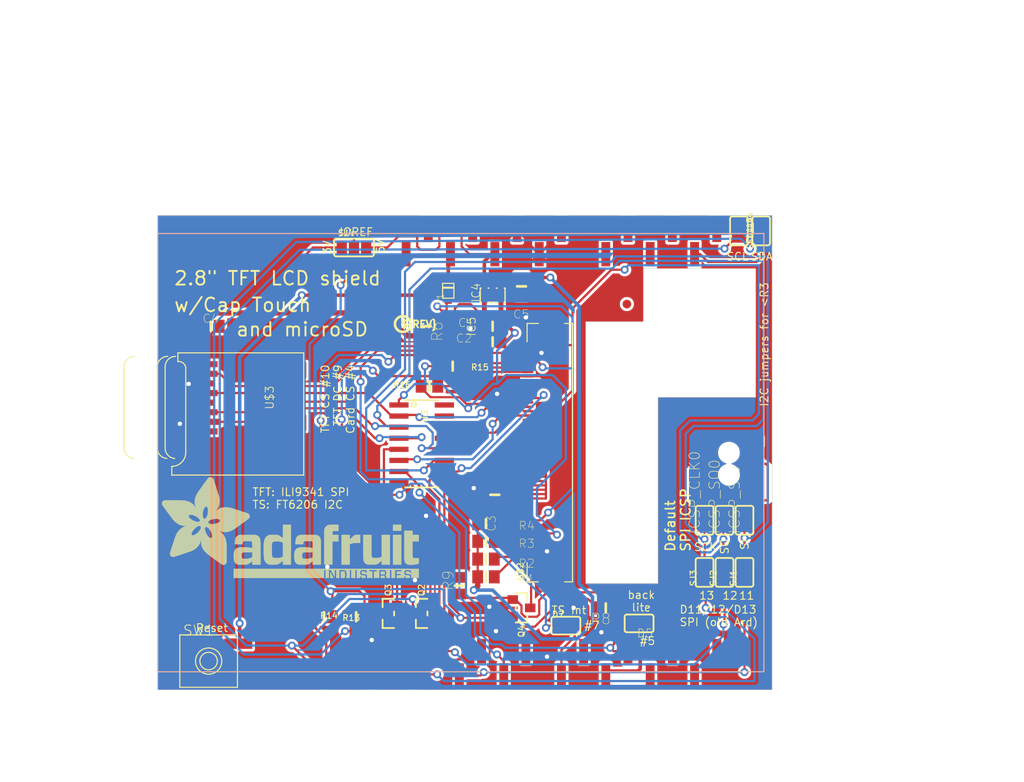
<source format=kicad_pcb>
(kicad_pcb (version 20221018) (generator pcbnew)
  (layers (0 "F.Cu" signal) (1 "In1.Cu" signal) (2 "In2.Cu" signal) (3 "In3.Cu" signal) (4 "In4.Cu" signal) (5 "In5.Cu" signal) (6 "In6.Cu" signal) (7 "In7.Cu" signal) (8 "In8.Cu" signal) (9 "In9.Cu" signal) (10 "In10.Cu" signal) (11 "In11.Cu" signal) (12 "In12.Cu" signal) (13 "In13.Cu" signal) (14 "In14.Cu" signal) (31 "B.Cu" signal) (34 "B.Paste" user) (35 "F.Paste" user) (36 "B.SilkS" user "B.Silkscreen") (37 "F.SilkS" user "F.Silkscreen") (38 "B.Mask" user) (39 "F.Mask" user) (44 "Edge.Cuts" user))
  (net 0 "")
  (net 1 "GND")
  (net 2 "3.3V")
  (net 3 "+5V")
  (net 4 "MISO")
  (net 5 "D5")
  (net 6 "CARDCS")
  (net 7 "CARD_CS_3V")
  (net 8 "VIN")
  (net 9 "3V")
  (net 10 "N$9")
  (net 11 "N$1")
  (net 12 "N$2")
  (net 13 "N$3")
  (net 14 "N$4")
  (net 15 "N$10")
  (net 16 "MOSI_3V")
  (net 17 "TFT_DC_3V")
  (net 18 "SCLK_3V")
  (net 19 "TFT_CS_3V")
  (net 20 "TFT_RST")
  (net 21 "~{RESET}")
  (net 22 "MOSI")
  (net 23 "TFT_DC")
  (net 24 "TFT_CS")
  (net 25 "SCLK")
  (net 26 "N$6")
  (net 27 "N$12")
  (net 28 "N$11")
  (net 29 "N$13")
  (net 30 "N$14")
  (net 31 "N$15")
  (net 32 "D7")
  (net 33 "SCL_3V")
  (net 34 "SDA_3V")
  (net 35 "TP_IRQ")
  (net 36 "SDA")
  (net 37 "SCL")
  (net 38 "N$17")
  (net 39 "N$18")
  (net 40 "BACKLITE")
  (net 41 "VCCIO")
  (footprint "working:0805-NO" (layer "F.Cu") (at 154.9781 85.9536 -90)
    (fp_text reference "C5")
    (fp_text value "10uF")
  )
  (footprint "working:EVQ-Q2" (layer "F.Cu") (at 119.1641 128.8796)
    (fp_text reference "SW1")
    (fp_text value "SPST_TACT-EVQQ2")
  )
  (footprint "working:SOLDERJUMPER_REFLOW_NOPASTE" (layer "F.Cu") (at 179.8701 79.6036 -90)
    (fp_text reference "SCL_A5")
    (fp_text value "" hide)
  )
  (footprint "working:0805-NO" (layer "F.Cu") (at 151.9301 109.8296 -90)
    (fp_text reference "C3")
    (fp_text value "0.1uF")
  )
  (footprint "working:MICROSD" (layer "F.Cu") (at 130.0861 93.5736 -90)
    (fp_text reference "U$3")
    (fp_text value "MICROSD" hide)
  )
  (footprint "working:FIDUCIAL_1MM" (layer "F.Cu") (at 115.8621 80.8736)
    (fp_text reference "U$19" hide)
    (fp_text value "FIDUCIAL_1MM" hide)
  )
  (footprint "working:0805-NO" (layer "F.Cu") (at 144.4371 97.3836 180)
    (fp_text reference "R16")
    (fp_text value "10K")
  )
  (footprint "working:SOD-323F" (layer "F.Cu") (at 146.5961 86.4616 90)
    (fp_text reference "D1")
    (fp_text value "1N4148")
  )
  (footprint "working:SOLDERJUMPER_ARROW_NOPASTE" (layer "F.Cu") (at 160.0581 124.8156)
    (fp_text reference "D7")
    (fp_text value "")
  )
  (footprint "working:0805-NO" (layer "F.Cu") (at 147.1041 95.0976)
    (fp_text reference "R15")
    (fp_text value "10K")
  )
  (footprint "working:0805-NO" (layer "F.Cu") (at 136.0551 123.7996 180)
    (fp_text reference "R14")
    (fp_text value "10K")
  )
  (footprint "working:0805-NO" (layer "F.Cu") (at 150.9141 113.1316)
    (fp_text reference "R4")
    (fp_text value "68 ohm")
  )
  (footprint "working:0805-NO" (layer "F.Cu") (at 144.0561 90.5256 -90)
    (fp_text reference "R6")
    (fp_text value "10K")
  )
  (footprint "working:SOT23" (layer "F.Cu") (at 147.3581 90.5256 180)
    (fp_text reference "IC5")
    (fp_text value "AXP803")
  )
  (footprint "working:0805-NO" (layer "F.Cu") (at 119.4181 90.5256)
    (fp_text reference "C4")
    (fp_text value "10uF")
  )
  (footprint "working:SOLDERJUMPER_ARROW_NOPASTE" (layer "F.Cu") (at 178.2191 118.7196 90)
    (fp_text reference "SJ2")
    (fp_text value "")
  )
  (footprint "working:SOLDERJUMPER_REFLOW_NOPASTE" (layer "F.Cu") (at 182.4101 79.6036 90)
    (fp_text reference "SDA_A4")
    (fp_text value "" hide)
  )
  (footprint "working:SOLDERJUMPER_2WAY_OPEN_NOPASTE" (layer "F.Cu") (at 135.8011 81.5086)
    (fp_text reference "SJ4")
    (fp_text value "")
  )
  (footprint "working:PCBFEAT-REV-040" (layer "F.Cu") (at 141.3891 90.2716)
    (fp_text reference "U$7" hide)
    (fp_text value "" hide)
  )
  (footprint "working:ADAFRUIT_TEXT_30MM" (layer "F.Cu") (at 113.5761 119.3546)
    (fp_text reference "U$20" hide)
    (fp_text value "" hide)
  )
  (footprint "working:0805-NO" (layer "F.Cu") (at 150.9141 115.1636)
    (fp_text reference "R3")
    (fp_text value "68 ohm")
  )
  (footprint "working:SOLDERJUMPER_ARROW_NOPASTE" (layer "F.Cu") (at 175.9331 118.7196 90)
    (fp_text reference "SJ3")
    (fp_text value "")
  )
  (footprint "working:SOT23-WIDE" (layer "F.Cu") (at 143.5481 123.4186 90)
    (fp_text reference "Q2")
    (fp_text value "BSS138")
  )
  (footprint "working:FIDUCIAL_1MM" (layer "F.Cu") (at 119.1641 128.8796 180)
    (fp_text reference "U$11" hide)
    (fp_text value "FIDUCIAL_1MM" hide)
  )
  (footprint "working:SOIC16" (layer "F.Cu") (at 143.5481 103.9876 -90)
    (fp_text reference "U3")
    (fp_text value "74HC4050")
  )
  (footprint "working:SOT23-WIDE" (layer "F.Cu") (at 139.7381 123.4186 90)
    (fp_text reference "Q3")
    (fp_text value "BSS138")
  )
  (footprint "working:0805-NO" (layer "F.Cu") (at 151.6761 92.3036 180)
    (fp_text reference "C2")
    (fp_text value "0.1uF")
  )
  (footprint "working:0805-NO" (layer "F.Cu") (at 147.8661 120.2436 90)
    (fp_text reference "R9")
    (fp_text value "2.2K")
  )
  (footprint "working:SOLDERJUMPER_CLOSEDWIRE" (layer "F.Cu") (at 178.2191 112.7506 90)
    (fp_text reference "ICSP_SO0")
    (fp_text value "")
  )
  (footprint "working:0805-NO" (layer "F.Cu") (at 150.9141 119.2276)
    (fp_text reference "R1")
    (fp_text value "68")
  )
  (footprint "working:0805-NO" (layer "F.Cu") (at 150.9141 117.1956)
    (fp_text reference "R2")
    (fp_text value "68 ohm")
  )
  (footprint "working:SOLDERJUMPER_CLOSEDWIRE" (layer "F.Cu") (at 180.5051 112.7506 90)
    (fp_text reference "ICSP_SI0")
    (fp_text value "")
  )
  (footprint "working:SOT23-5L" (layer "F.Cu") (at 151.6761 86.9696 180)
    (fp_text reference "IC4")
    (fp_text value "MIC5225-3.3")
  )
  (footprint "working:SOLDERJUMPER_ARROW_NOPASTE" (layer "F.Cu") (at 168.4401 124.5616 180)
    (fp_text reference "D5")
    (fp_text value "")
  )
  (footprint "working:SOT23-WIDE" (layer "F.Cu") (at 154.9781 122.7836 -90)
    (fp_text reference "Q4")
    (fp_text value "BSS138")
  )
  (footprint "working:SOLDERJUMPER_CLOSEDWIRE" (layer "F.Cu") (at 175.9331 112.7506 90)
    (fp_text reference "ICSP_CLK0")
    (fp_text value "")
  )
  (footprint "working:0805-NO" (layer "F.Cu") (at 151.6761 90.5256 180)
    (fp_text reference "C1")
    (fp_text value "10uF")
  )
  (footprint "working:FIDUCIAL_1MM" (layer "F.Cu") (at 167.0431 87.9856 180)
    (fp_text reference "U$10" hide)
    (fp_text value "FIDUCIAL_1MM" hide)
  )
  (footprint "working:0805-NO" (layer "F.Cu") (at 164.6301 122.7836 180)
    (fp_text reference "R8")
    (fp_text value "10K")
  )
  (footprint "working:0805-NO" (layer "F.Cu") (at 132.3721 123.7996)
    (fp_text reference "R13")
    (fp_text value "10K")
  )
  (footprint "working:SOLDERJUMPER_ARROW_NOPASTE" (layer "F.Cu") (at 180.5051 118.7196 90)
    (fp_text reference "SJ1")
    (fp_text value "")
  )
  (footprint "working:ARDUINOR3_ICSP_SMT" (layer "B.Cu") (at 113.8301 78.3336)
    (fp_text reference "U$17" hide)
    (fp_text value "ARDUINO_R3_ICSPSMT" hide)
  )
  (footprint "working:TFT_2.83IN_240X320_50PIN" (layer "B.Cu") (at 145.3261 105.0036 -90)
    (fp_text reference "U$2")
    (fp_text value "2.8\" TFT + CTP")
  )
  (gr_line (start 170.5991 98.6536) (end 181.7751 98.6536) (stroke (width 0.05)) (layer "Edge.Cuts"))
  (gr_line (start 170.5991 119.9896) (end 170.5991 98.6536) (stroke (width 0.05)) (layer "Edge.Cuts"))
  (gr_line (start 113.3221 77.8256) (end 113.3221 132.1816) (stroke (width 0.05)) (layer "Edge.Cuts"))
  (gr_line (start 162.3441 90.0176) (end 162.3441 119.9896) (stroke (width 0.05)) (layer "Edge.Cuts"))
  (gr_line (start 168.9481 83.9216) (end 168.9481 90.0176) (stroke (width 0.05)) (layer "Edge.Cuts"))
  (gr_line (start 181.7751 83.9216) (end 168.9481 83.9216) (stroke (width 0.05)) (layer "Edge.Cuts"))
  (gr_line (start 168.9481 90.0176) (end 162.3441 90.0176) (stroke (width 0.05)) (layer "Edge.Cuts"))
  (gr_line (start 162.3441 119.9896) (end 170.5991 119.9896) (stroke (width 0.05)) (layer "Edge.Cuts"))
  (gr_line (start 183.6801 77.8256) (end 113.3221 77.8256) (stroke (width 0.05)) (layer "Edge.Cuts"))
  (gr_line (start 113.3221 132.1816) (end 183.6801 132.1816) (stroke (width 0.05)) (layer "Edge.Cuts"))
  (gr_line (start 181.7751 98.6536) (end 181.7751 83.9216) (stroke (width 0.05)) (layer "Edge.Cuts"))
  (gr_line (start 183.6801 132.1816) (end 183.6801 77.8256) (stroke (width 0.05)) (layer "Edge.Cuts"))
  (gr_text "12" (at 178.8541 121.3866) (layer "F.SilkS") (effects (font (size 0.89408 0.89408) (thickness 0.12192))))
  (gr_text "2.8\" TFT LCD shield" (at 115.1001 85.9536) (layer "F.SilkS") (effects (font (size 1.56464 1.56464) (thickness 0.21336)) (justify left bottom)))
  (gr_text "5V" (at 138.8491 81.3816 90) (layer "F.SilkS") (effects (font (size 0.89408 0.89408) (thickness 0.12192))))
  (gr_text "TS int" (at 162.4711 122.5296) (layer "F.SilkS") (effects (font (size 0.89408 0.89408) (thickness 0.12192)) (justify right top)))
  (gr_text "D11/12/D13\nSPI (old Ard)" (at 173.0121 124.9426) (layer "F.SilkS") (effects (font (size 0.89408 0.89408) (thickness 0.12192)) (justify left bottom)))
  (gr_text "SCK" (at 177.4571 115.2906) (layer "F.SilkS") (effects (font (size 0.89408 0.89408) (thickness 0.12192)) (justify right top)))
  (gr_text "11" (at 180.7591 121.3866) (layer "F.SilkS") (effects (font (size 0.89408 0.89408) (thickness 0.12192))))
  (gr_text "IOREF" (at 136.0551 79.7306) (layer "F.SilkS") (effects (font (size 0.89408 0.89408) (thickness 0.12192))))
  (gr_text "I2C jumpers for <R3" (at 183.2991 99.7966 90) (layer "F.SilkS") (effects (font (size 0.89408 0.89408) (thickness 0.12192)) (justify left bottom)))
  (gr_text "Reset" (at 121.4501 124.5616) (layer "F.SilkS") (effects (font (size 0.89408 0.89408) (thickness 0.12192)) (justify right top)))
  (gr_text "SO" (at 177.7111 114.7826 90) (layer "F.SilkS") (effects (font (size 0.89408 0.89408) (thickness 0.12192)) (justify right top)))
  (gr_text "TFT: ILI9341 SPI\nTS: FT6206 I2C" (at 124.1171 111.4806) (layer "F.SilkS") (effects (font (size 0.89408 0.89408) (thickness 0.12192)) (justify left bottom)))
  (gr_text "SDA" (at 183.8071 82.0166) (layer "F.SilkS") (effects (font (size 0.89408 0.89408) (thickness 0.12192)) (justify right top)))
  (gr_text "13" (at 176.1871 121.3866) (layer "F.SilkS") (effects (font (size 0.89408 0.89408) (thickness 0.12192))))
  (gr_text "w/Cap Touch" (at 115.1001 89.0016) (layer "F.SilkS") (effects (font (size 1.56464 1.56464) (thickness 0.21336)) (justify left bottom)))
  (gr_text "#5" (at 168.4401 127.1016) (layer "F.SilkS") (effects (font (size 0.89408 0.89408) (thickness 0.12192)) (justify left bottom)))
  (gr_text "TFT CS #10\nTFT DC #9\nCard CS #4" (at 131.9911 94.8436 90) (layer "F.SilkS") (effects (font (size 0.89408 0.89408) (thickness 0.12192)) (justify right top)))
  (gr_text "SI" (at 179.9971 114.7826 90) (layer "F.SilkS") (effects (font (size 0.89408 0.89408) (thickness 0.12192)) (justify right top)))
  (gr_text "SCL" (at 181.0131 82.0166) (layer "F.SilkS") (effects (font (size 0.89408 0.89408) (thickness 0.12192)) (justify right top)))
  (gr_text "Default\nSPI ICSP" (at 174.4091 116.4336 90) (layer "F.SilkS") (effects (font (size 1.0922 1.0922) (thickness 0.1778)) (justify left bottom)))
  (gr_text "3V" (at 132.7531 81.5086 90) (layer "F.SilkS") (effects (font (size 0.89408 0.89408) (thickness 0.12192))))
  (gr_text "and microSD" (at 122.2121 91.7956) (layer "F.SilkS") (effects (font (size 1.56464 1.56464) (thickness 0.21336)) (justify left bottom)))
  (gr_text "back\nlite" (at 168.6941 122.0216) (layer "F.SilkS") (effects (font (size 0.89408 0.89408) (thickness 0.12192))))
  (gr_text "#7" (at 162.0901 125.3236) (layer "F.SilkS") (effects (font (size 0.89408 0.89408) (thickness 0.12192)) (justify left bottom)))
  (segment (start 142.0241 109.0676) (end 142.0241 112.2426) (width 0.254) (layer "F.Cu") (net 1))
  (segment (start 155.7161 93.2536) (end 156.7561 93.2536) (width 0.254) (layer "F.Cu") (net 1))
  (segment (start 157.9281 116.2776) (end 157.8991 116.3066) (width 0.254) (layer "F.Cu") (net 1))
  (segment (start 154.5681 114.7536) (end 153.2001 113.3856) (width 0.254) (layer "F.Cu") (net 1))
  (segment (start 153.9621 97.1296) (end 153.9621 97.6376) (width 0.254) (layer "F.Cu") (net 1))
  (segment (start 156.7561 93.2536) (end 156.7561 92.7536) (width 0.254) (layer "F.Cu") (net 1))
  (segment (start 155.7161 96.2536) (end 154.2031 96.2536) (width 0.254) (layer "F.Cu") (net 1))
  (segment (start 153.1391 110.7796) (end 151.9301 110.7796) (width 0.254) (layer "F.Cu") (net 1))
  (segment (start 155.7161 114.7536) (end 154.5681 114.7536) (width 0.254) (layer "F.Cu") (net 1))
  (segment (start 155.7161 114.7536) (end 157.9281 114.7536) (width 0.254) (layer "F.Cu") (net 1))
  (segment (start 119.0461 97.0736) (end 116.8781 97.0736) (width 0.6096) (layer "F.Cu") (net 1))
  (segment (start 150.4221 90.7796) (end 149.1361 90.7796) (width 0.6096) (layer "F.Cu") (net 1))
  (segment (start 153.2001 110.7186) (end 153.1391 110.7796) (width 0.254) (layer "F.Cu") (net 1))
  (segment (start 116.8781 97.0736) (end 116.8781 97.1296) (width 0.6096) (layer "F.Cu") (net 1))
  (segment (start 158.2801 94.8436) (end 158.2801 96.3676) (width 0.254) (layer "F.Cu") (net 1))
  (segment (start 141.3891 108.4326) (end 142.0241 109.0676) (width 0.254) (layer "F.Cu") (net 1))
  (segment (start 155.7161 96.2536) (end 157.1501 96.2536) (width 0.254) (layer "F.Cu") (net 1))
  (segment (start 156.7561 92.7536) (end 155.7161 92.7536) (width 0.254) (layer "F.Cu") (net 1))
  (segment (start 142.0241 112.2426) (end 144.0561 112.2426) (width 0.254) (layer "F.Cu") (net 1))
  (segment (start 150.7261 90.5256) (end 150.4221 90.7796) (width 0.6096) (layer "F.Cu") (net 1))
  (segment (start 157.1901 93.7536) (end 158.2801 94.8436) (width 0.254) (layer "F.Cu") (net 1))
  (segment (start 157.9281 114.7536) (end 157.9281 116.2776) (width 0.254) (layer "F.Cu") (net 1))
  (segment (start 157.1501 96.2536) (end 157.2641 96.3676) (width 0.254) (layer "F.Cu") (net 1))
  (segment (start 140.9481 108.4326) (end 141.3891 108.4326) (width 0.254) (layer "F.Cu") (net 1))
  (segment (start 158.2801 96.3676) (end 157.2641 96.3676) (width 0.254) (layer "F.Cu") (net 1))
  (segment (start 153.2001 113.3856) (end 153.2001 110.7186) (width 0.254) (layer "F.Cu") (net 1))
  (segment (start 155.7161 93.7536) (end 157.1901 93.7536) (width 0.254) (layer "F.Cu") (net 1))
  (segment (start 154.2031 96.2536) (end 152.1841 98.2726) (width 0.254) (layer "F.Cu") (net 1))
  (via (at 149.1361 90.7796) (size 0.9064) (drill 0.5) (layers "F.Cu" "B.Cu") (net 1))
  (via (at 116.8781 97.1296) (size 0.9064) (drill 0.5) (layers "F.Cu" "B.Cu") (net 1))
  (via (at 115.8621 101.7016) (size 0.9064) (drill 0.5) (layers "F.Cu" "B.Cu") (net 1))
  (via (at 157.8991 116.3066) (size 0.9064) (drill 0.5) (layers "F.Cu" "B.Cu") (net 1))
  (via (at 164.1221 125.5776) (size 0.9064) (drill 0.5) (layers "F.Cu" "B.Cu") (net 1))
  (via (at 142.7861 119.6086) (size 0.9064) (drill 0.5) (layers "F.Cu" "B.Cu") (net 1))
  (via (at 132.7531 118.0846) (size 0.9064) (drill 0.5) (layers "F.Cu" "B.Cu") (net 1))
  (via (at 149.5171 109.0676) (size 0.9064) (drill 0.5) (layers "F.Cu" "B.Cu") (net 1))
  (via (at 151.2951 122.6566) (size 0.9064) (drill 0.5) (layers "F.Cu" "B.Cu") (net 1))
  (via (at 144.0561 112.2426) (size 0.9064) (drill 0.5) (layers "F.Cu" "B.Cu") (net 1))
  (via (at 160.9471 122.7836) (size 0.9064) (drill 0.5) (layers "F.Cu" "B.Cu") (net 1))
  (via (at 157.2641 93.5736) (size 0.9064) (drill 0.5) (layers "F.Cu" "B.Cu") (net 1))
  (via (at 155.4861 89.5096) (size 0.9064) (drill 0.5) (layers "F.Cu" "B.Cu") (net 1))
  (via (at 152.0571 125.4506) (size 0.9064) (drill 0.5) (layers "F.Cu" "B.Cu") (net 1))
  (via (at 157.8991 128.3716) (size 0.9064) (drill 0.5) (layers "F.Cu" "B.Cu") (net 1))
  (via (at 137.8331 126.4666) (size 0.9064) (drill 0.5) (layers "F.Cu" "B.Cu") (net 1))
  (via (at 152.1841 98.2726) (size 0.9064) (drill 0.5) (layers "F.Cu" "B.Cu") (net 1))
  (segment (start 157.2641 93.5736) (end 157.2641 91.2876) (width 0.254) (layer "B.Cu") (net 1))
  (segment (start 157.2641 91.2876) (end 155.4861 89.5096) (width 0.254) (layer "B.Cu") (net 1))
  (segment (start 115.8621 97.1296) (end 115.8621 101.7016) (width 0.6096) (layer "B.Cu") (net 1))
  (segment (start 116.8781 97.1296) (end 115.8621 97.1296) (width 0.6096) (layer "B.Cu") (net 1))
  (segment (start 150.4061 89.5096) (end 155.4861 89.5096) (width 0.6096) (layer "B.Cu") (net 1))
  (segment (start 149.1361 90.7796) (end 150.4061 89.5096) (width 0.6096) (layer "B.Cu") (net 1))
  (segment (start 157.0101 97.6376) (end 156.8831 97.7646) (width 0.254) (layer "F.Cu") (net 2))
  (segment (start 115.1001 91.7956) (end 116.3701 90.5256) (width 0.254) (layer "F.Cu") (net 2))
  (segment (start 143.4871 97.5766) (end 143.4871 97.3836) (width 0.254) (layer "F.Cu") (net 2))
  (segment (start 152.6261 90.5256) (end 153.4541 90.5256) (width 0.4064) (layer "F.Cu") (net 2))
  (segment (start 147.8781 98.6536) (end 144.5641 98.6536) (width 0.254) (layer "F.Cu") (net 2))
  (segment (start 140.7381 124.3686) (end 144.5481 124.3686) (width 0.254) (layer "F.Cu") (net 2))
  (segment (start 153.9621 112.8776) (end 153.9621 110.0836) (width 0.254) (layer "F.Cu") (net 2))
  (segment (start 152.4381 108.5596) (end 152.2001 108.5596) (width 0.254) (layer "F.Cu") (net 2))
  (segment (start 145.0111 124.3686) (end 145.5801 123.7996) (width 0.254) (layer "F.Cu") (net 2))
  (segment (start 118.4021 89.0016) (end 118.4021 90.5096) (width 0.6096) (layer "F.Cu") (net 2))
  (segment (start 154.8541 97.2536) (end 155.7161 97.2536) (width 0.254) (layer "F.Cu") (net 2))
  (segment (start 155.7271 97.7646) (end 155.7161 97.7536) (width 0.254) (layer "F.Cu") (net 2))
  (segment (start 144.8181 107.7976) (end 150.8981 107.7976) (width 0.254) (layer "F.Cu") (net 2))
  (segment (start 154.4701 97.6376) (end 154.4701 97.8916) (width 0.254) (layer "F.Cu") (net 2))
  (segment (start 119.0461 99.2736) (end 116.7361 99.2736) (width 0.254) (layer "F.Cu") (net 2))
  (segment (start 144.0561 91.6256) (end 143.8021 91.6256) (width 0.4064) (layer "F.Cu") (net 2))
  (segment (start 139.2961 89.0016) (end 127.4191 89.0016) (width 0.6096) (layer "F.Cu") (net 2))
  (segment (start 144.5481 124.3686) (end 145.0111 124.3686) (width 0.254) (layer "F.Cu") (net 2))
  (segment (start 154.3381 113.2536) (end 153.9621 112.8776) (width 0.254) (layer "F.Cu") (net 2))
  (segment (start 155.7161 114.2536) (end 158.8941 114.2536) (width 0.254) (layer "F.Cu") (net 2))
  (segment (start 152.6761 88.5736) (end 152.6761 89.2556) (width 0.4064) (layer "F.Cu") (net 2))
  (segment (start 147.3581 91.6256) (end 147.3581 88.4936) (width 0.254) (layer "F.Cu") (net 2))
  (segment (start 140.9481 98.9676) (end 141.5161 98.3996) (width 0.254) (layer "F.Cu") (net 2))
  (segment (start 145.5801 123.7996) (end 145.5801 110.3376) (width 0.254) (layer "F.Cu") (net 2))
  (segment (start 115.1001 97.6376) (end 115.1001 91.7956) (width 0.254) (layer "F.Cu") (net 2))
  (segment (start 155.7161 114.2536) (end 154.9701 114.2536) (width 0.254) (layer "F.Cu") (net 2))
  (segment (start 154.8541 97.2536) (end 154.4701 97.6376) (width 0.254) (layer "F.Cu") (net 2))
  (segment (start 149.1361 87.9856) (end 149.8981 88.7476) (width 0.254) (layer "F.Cu") (net 2))
  (segment (start 116.7361 99.2736) (end 115.1001 97.6376) (width 0.254) (layer "F.Cu") (net 2))
  (segment (start 147.8661 87.9856) (end 149.1361 87.9856) (width 0.254) (layer "F.Cu") (net 2))
  (segment (start 156.8831 97.7646) (end 155.7271 97.7646) (width 0.254) (layer "F.Cu") (net 2))
  (segment (start 157.0071 97.2536) (end 157.0101 97.2566) (width 0.254) (layer "F.Cu") (net 2))
  (segment (start 118.4021 90.5096) (end 118.4681 90.5256) (width 0.6096) (layer "F.Cu") (net 2))
  (segment (start 131.1021 81.5086) (end 127.4191 85.1916) (width 0.254) (layer "F.Cu") (net 2))
  (segment (start 144.4371 108.1786) (end 144.8181 107.7976) (width 0.254) (layer "F.Cu") (net 2))
  (segment (start 141.9201 91.6256) (end 143.8021 91.6256) (width 0.6096) (layer "F.Cu") (net 2))
  (segment (start 148.6401 99.4156) (end 147.8781 98.6536) (width 0.254) (layer "F.Cu") (net 2))
  (segment (start 149.8981 89.2556) (end 152.6761 89.2556) (width 0.254) (layer "F.Cu") (net 2))
  (segment (start 148.8821 99.9236) (end 148.8821 99.4156) (width 0.254) (layer "F.Cu") (net 2))
  (segment (start 127.4191 85.1916) (end 127.4191 89.0016) (width 0.254) (layer "F.Cu") (net 2))
  (segment (start 156.8881 96.7536) (end 157.0101 96.8756) (width 0.254) (layer "F.Cu") (net 2))
  (segment (start 148.6401 99.4156) (end 148.8821 99.4156) (width 0.254) (layer "F.Cu") (net 2))
  (segment (start 127.4191 89.0016) (end 118.4021 89.0016) (width 0.6096) (layer "F.Cu") (net 2))
  (segment (start 145.5801 110.3376) (end 144.4371 109.1946) (width 0.254) (layer "F.Cu") (net 2))
  (segment (start 154.4701 113.7536) (end 154.3381 113.7536) (width 0.254) (layer "F.Cu") (net 2))
  (segment (start 157.0101 97.2566) (end 157.0101 97.6376) (width 0.254) (layer "F.Cu") (net 2))
  (segment (start 150.8981 107.7976) (end 151.9301 108.8796) (width 0.254) (layer "F.Cu") (net 2))
  (segment (start 144.4371 109.1946) (end 144.4371 108.1786) (width 0.254) (layer "F.Cu") (net 2))
  (segment (start 153.9621 110.0836) (end 152.4381 108.5596) (width 0.254) (layer "F.Cu") (net 2))
  (segment (start 152.2001 108.5596) (end 151.9301 108.8796) (width 0.254) (layer "F.Cu") (net 2))
  (segment (start 155.7161 113.7536) (end 154.4701 113.7536) (width 0.254) (layer "F.Cu") (net 2))
  (segment (start 134.4041 81.5086) (end 131.1021 81.5086) (width 0.254) (layer "F.Cu") (net 2))
  (segment (start 154.3381 113.7536) (end 154.3381 113.2536) (width 0.254) (layer "F.Cu") (net 2))
  (segment (start 153.2001 92.3036) (end 154.2161 91.2876) (width 0.4064) (layer "F.Cu") (net 2))
  (segment (start 152.6761 89.2556) (end 152.6261 90.5256) (width 0.4064) (layer "F.Cu") (net 2))
  (segment (start 155.7161 113.2536) (end 154.3381 113.2536) (width 0.254) (layer "F.Cu") (net 2))
  (segment (start 116.3701 90.5256) (end 118.4681 90.5256) (width 0.254) (layer "F.Cu") (net 2))
  (segment (start 139.2961 89.0016) (end 141.9201 91.6256) (width 0.6096) (layer "F.Cu") (net 2))
  (segment (start 158.8941 114.2536) (end 159.0421 114.4016) (width 0.254) (layer "F.Cu") (net 2))
  (segment (start 152.6261 92.3036) (end 153.2001 92.3036) (width 0.4064) (layer "F.Cu") (net 2))
  (segment (start 152.9461 99.4156) (end 148.8821 99.4156) (width 0.254) (layer "F.Cu") (net 2))
  (segment (start 154.4701 97.8916) (end 152.9461 99.4156) (width 0.254) (layer "F.Cu") (net 2))
  (segment (start 152.6261 88.2696) (end 152.6761 88.3196) (width 0.254) (layer "F.Cu") (net 2))
  (segment (start 140.9481 99.5426) (end 140.9481 98.9676) (width 0.254) (layer "F.Cu") (net 2))
  (segment (start 155.7161 96.7536) (end 156.8881 96.7536) (width 0.254) (layer "F.Cu") (net 2))
  (segment (start 147.3581 88.4936) (end 147.8661 87.9856) (width 0.254) (layer "F.Cu") (net 2))
  (segment (start 143.8021 91.6256) (end 144.5641 91.6256) (width 0.6096) (layer "F.Cu") (net 2))
  (segment (start 157.0101 96.8756) (end 157.0101 97.2566) (width 0.254) (layer "F.Cu") (net 2))
  (segment (start 144.5641 98.6536) (end 143.4871 97.5766) (width 0.254) (layer "F.Cu") (net 2))
  (segment (start 146.1541 95.0976) (end 143.9291 95.0976) (width 0.254) (layer "F.Cu") (net 2))
  (segment (start 149.8981 88.7476) (end 149.8981 89.2556) (width 0.254) (layer "F.Cu") (net 2))
  (segment (start 154.9701 114.2536) (end 154.4701 113.7536) (width 0.254) (layer "F.Cu") (net 2))
  (segment (start 144.5641 91.6256) (end 147.3581 91.6256) (width 0.254) (layer "F.Cu") (net 2))
  (segment (start 153.4541 90.5256) (end 154.2161 91.2876) (width 0.4064) (layer "F.Cu") (net 2))
  (segment (start 144.0561 91.4756) (end 144.0561 91.6256) (width 0.4064) (layer "F.Cu") (net 2))
  (segment (start 152.6761 88.3196) (end 152.6761 88.5736) (width 0.254) (layer "F.Cu") (net 2))
  (segment (start 155.7161 97.2536) (end 157.0071 97.2536) (width 0.254) (layer "F.Cu") (net 2))
  (via (at 159.0421 114.4016) (size 0.9064) (drill 0.5) (layers "F.Cu" "B.Cu") (net 2))
  (via (at 141.5161 98.3996) (size 0.9064) (drill 0.5) (layers "F.Cu" "B.Cu") (net 2))
  (via (at 154.2161 91.2876) (size 0.9064) (drill 0.5) (layers "F.Cu" "B.Cu") (net 2))
  (via (at 148.8821 99.9236) (size 0.9064) (drill 0.5) (layers "F.Cu" "B.Cu") (net 2))
  (via (at 143.9291 95.0976) (size 0.9064) (drill 0.5) (layers "F.Cu" "B.Cu") (net 2))
  (segment (start 158.5341 96.1136) (end 153.2001 96.1136) (width 0.254) (layer "B.Cu") (net 2))
  (segment (start 156.7561 112.1156) (end 156.7561 109.0676) (width 0.254) (layer "B.Cu") (net 2))
  (segment (start 151.6761 97.1296) (end 148.8821 99.9236) (width 0.254) (layer "B.Cu") (net 2))
  (segment (start 160.0581 97.6376) (end 158.5341 96.1136) (width 0.254) (layer "B.Cu") (net 2))
  (segment (start 160.0581 105.7656) (end 160.0581 97.6376) (width 0.254) (layer "B.Cu") (net 2))
  (segment (start 154.2161 91.2876) (end 152.1841 93.3196) (width 0.254) (layer "B.Cu") (net 2))
  (segment (start 156.7561 109.0676) (end 160.0581 105.7656) (width 0.254) (layer "B.Cu") (net 2))
  (segment (start 153.2001 96.1136) (end 152.1841 97.1296) (width 0.254) (layer "B.Cu") (net 2))
  (segment (start 152.1841 93.3196) (end 152.1841 97.1296) (width 0.254) (layer "B.Cu") (net 2))
  (segment (start 145.8341 97.1296) (end 148.6281 99.9236) (width 0.254) (layer "B.Cu") (net 2))
  (segment (start 159.0421 114.4016) (end 156.7561 112.1156) (width 0.254) (layer "B.Cu") (net 2))
  (segment (start 148.6281 99.9236) (end 148.8821 99.9236) (width 0.254) (layer "B.Cu") (net 2))
  (segment (start 152.1841 97.1296) (end 151.6761 97.1296) (width 0.254) (layer "B.Cu") (net 2))
  (segment (start 142.7861 97.1296) (end 143.9291 97.1296) (width 0.254) (layer "B.Cu") (net 2))
  (segment (start 143.9291 97.1296) (end 145.8341 97.1296) (width 0.254) (layer "B.Cu") (net 2))
  (segment (start 143.9291 95.0976) (end 143.9291 97.1296) (width 0.254) (layer "B.Cu") (net 2))
  (segment (start 141.5161 98.3996) (end 142.7861 97.1296) (width 0.254) (layer "B.Cu") (net 2))
  (segment (start 149.9641 115.1636) (end 149.9641 113.1316) (width 0.254) (layer "F.Cu") (net 3))
  (segment (start 150.7261 85.6696) (end 150.7261 83.0936) (width 0.4064) (layer "F.Cu") (net 3))
  (segment (start 149.9641 117.1956) (end 149.9641 115.1636) (width 0.254) (layer "F.Cu") (net 3))
  (segment (start 145.5801 80.2386) (end 145.8341 79.9846) (width 0.254) (layer "F.Cu") (net 3))
  (segment (start 150.7261 83.0936) (end 151.9301 81.8896) (width 0.4064) (layer "F.Cu") (net 3))
  (segment (start 143.0401 80.3656) (end 143.0401 81.3816) (width 0.254) (layer "F.Cu") (net 3))
  (segment (start 148.1201 80.2386) (end 148.1201 81.3816) (width 0.254) (layer "F.Cu") (net 3))
  (segment (start 145.8341 79.9846) (end 147.8661 79.9846) (width 0.254) (layer "F.Cu") (net 3))
  (segment (start 142.9131 80.2386) (end 143.0401 80.3656) (width 0.254) (layer "F.Cu") (net 3))
  (segment (start 150.7261 86.9696) (end 152.1841 86.9696) (width 0.4064) (layer "F.Cu") (net 3))
  (segment (start 152.6261 86.5276) (end 152.6261 85.6696) (width 0.4064) (layer "F.Cu") (net 3))
  (segment (start 151.9301 81.8896) (end 151.9301 82.2706) (width 0.4064) (layer "F.Cu") (net 3))
  (segment (start 139.6111 81.5086) (end 140.8811 80.2386) (width 0.254) (layer "F.Cu") (net 3))
  (segment (start 140.8811 80.2386) (end 142.9131 80.2386) (width 0.254) (layer "F.Cu") (net 3))
  (segment (start 154.9781 85.0036) (end 153.3421 84.9536) (width 0.4064) (layer "F.Cu") (net 3))
  (segment (start 137.1981 81.5086) (end 139.6111 81.5086) (width 0.254) (layer "F.Cu") (net 3))
  (segment (start 148.1201 81.3816) (end 149.0091 82.2706) (width 0.254) (layer "F.Cu") (net 3))
  (segment (start 145.1991 81.7626) (end 145.5801 81.3816) (width 0.254) (layer "F.Cu") (net 3))
  (segment (start 149.9641 119.2276) (end 149.9641 117.1956) (width 0.254) (layer "F.Cu") (net 3))
  (segment (start 154.9941 84.9376) (end 154.9781 85.0036) (width 0.4064) (layer "F.Cu") (net 3))
  (segment (start 153.3421 84.9536) (end 152.6261 85.6696) (width 0.4064) (layer "F.Cu") (net 3))
  (segment (start 143.4211 81.7626) (end 145.1991 81.7626) (width 0.254) (layer "F.Cu") (net 3))
  (segment (start 149.5171 120.7516) (end 149.9641 120.3046) (width 0.6096) (layer "F.Cu") (net 3))
  (segment (start 143.0401 81.3816) (end 143.4211 81.7626) (width 0.254) (layer "F.Cu") (net 3))
  (segment (start 150.7261 86.9696) (end 150.7261 85.6696) (width 0.4064) (layer "F.Cu") (net 3))
  (segment (start 145.5801 81.3816) (end 145.5801 80.2386) (width 0.254) (layer "F.Cu") (net 3))
  (segment (start 158.2801 84.9376) (end 154.9941 84.9376) (width 0.4064) (layer "F.Cu") (net 3))
  (segment (start 147.8661 79.9846) (end 148.1201 80.2386) (width 0.254) (layer "F.Cu") (net 3))
  (segment (start 149.0091 82.2706) (end 151.9301 82.2706) (width 0.254) (layer "F.Cu") (net 3))
  (segment (start 152.1841 86.9696) (end 152.6261 86.5276) (width 0.4064) (layer "F.Cu") (net 3))
  (segment (start 149.9641 120.3046) (end 149.9641 119.2276) (width 0.6096) (layer "F.Cu") (net 3))
  (via (at 158.2801 84.9376) (size 0.9064) (drill 0.5) (layers "F.Cu" "B.Cu") (net 3))
  (via (at 149.5171 120.7516) (size 0.9064) (drill 0.5) (layers "F.Cu" "B.Cu") (net 3))
  (segment (start 161.5821 119.9896) (end 163.1061 121.5136) (width 0.4064) (layer "B.Cu") (net 3))
  (segment (start 163.1061 124.5616) (end 161.3281 126.3396) (width 0.4064) (layer "B.Cu") (net 3))
  (segment (start 163.1061 121.5136) (end 163.1061 124.5616) (width 0.4064) (layer "B.Cu") (net 3))
  (segment (start 157.2641 126.3396) (end 161.3281 126.3396) (width 0.4064) (layer "B.Cu") (net 3))
  (segment (start 151.6761 120.7516) (end 157.2641 126.3396) (width 0.4064) (layer "B.Cu") (net 3))
  (segment (start 149.5171 120.7516) (end 151.6761 120.7516) (width 0.4064) (layer "B.Cu") (net 3))
  (segment (start 161.5821 88.2396) (end 158.2801 84.9376) (width 0.4064) (layer "B.Cu") (net 3))
  (segment (start 161.5821 88.2396) (end 161.5821 119.9896) (width 0.4064) (layer "B.Cu") (net 3))
  (segment (start 149.8981 93.5736) (end 149.1361 92.8116) (width 0.254) (layer "F.Cu") (net 4))
  (segment (start 178.0921 117.8306) (end 178.2191 117.7036) (width 0.254) (layer "F.Cu") (net 4))
  (segment (start 160.8201 88.4936) (end 160.8201 92.6846) (width 0.254) (layer "F.Cu") (net 4))
  (segment (start 155.7161 101.2536) (end 157.4581 101.2536) (width 0.254) (layer "F.Cu") (net 4))
  (segment (start 149.1361 92.8116) (end 137.9601 92.8116) (width 0.254) (layer "F.Cu") (net 4))
  (segment (start 153.4541 93.5736) (end 149.8981 93.5736) (width 0.254) (layer "F.Cu") (net 4))
  (segment (start 154.9781 92.0496) (end 153.4541 93.5736) (width 0.254) (layer "F.Cu") (net 4))
  (segment (start 160.8201 88.4936) (end 165.2651 84.0486) (width 0.254) (layer "F.Cu") (net 4))
  (segment (start 157.3911 92.6846) (end 160.8201 92.6846) (width 0.254) (layer "F.Cu") (net 4))
  (segment (start 178.0921 114.9096) (end 178.0921 113.6396) (width 0.254) (layer "F.Cu") (net 4))
  (segment (start 121.8721 97.3836) (end 120.4621 95.9736) (width 0.254) (layer "F.Cu") (net 4))
  (segment (start 156.7561 92.0496) (end 154.9781 92.0496) (width 0.254) (layer "F.Cu") (net 4))
  (segment (start 178.0921 114.9096) (end 178.0921 117.8306) (width 0.254) (layer "F.Cu") (net 4))
  (segment (start 178.0921 113.6396) (end 178.2191 113.5126) (width 0.254) (layer "F.Cu") (net 4))
  (segment (start 156.7561 92.0496) (end 157.3911 92.6846) (width 0.254) (layer "F.Cu") (net 4))
  (segment (start 160.8201 92.6846) (end 160.8201 97.8916) (width 0.254) (layer "F.Cu") (net 4))
  (segment (start 120.4621 95.9736) (end 119.4461 95.9736) (width 0.254) (layer "F.Cu") (net 4))
  (segment (start 165.2651 84.0486) (end 166.7891 84.0486) (width 0.254) (layer "F.Cu") (net 4))
  (segment (start 160.8201 97.8916) (end 157.4581 101.2536) (width 0.254) (layer "F.Cu") (net 4))
  (segment (start 121.8721 97.3836) (end 133.3881 97.3836) (width 0.254) (layer "F.Cu") (net 4))
  (segment (start 137.9601 92.8116) (end 133.3881 97.3836) (width 0.254) (layer "F.Cu") (net 4))
  (via (at 178.0921 114.9096) (size 0.9064) (drill 0.5) (layers "F.Cu" "B.Cu") (net 4))
  (via (at 166.7891 84.0486) (size 0.9064) (drill 0.5) (layers "F.Cu" "B.Cu") (net 4))
  (segment (start 182.1561 100.5586) (end 181.3941 101.3206) (width 0.254) (layer "B.Cu") (net 4))
  (segment (start 173.1391 102.4636) (end 173.1391 114.0206) (width 0.254) (layer "B.Cu") (net 4))
  (segment (start 173.1391 114.0206) (end 175.5521 116.4336) (width 0.254) (layer "B.Cu") (net 4))
  (segment (start 167.1701 83.5406) (end 182.1561 83.5406) (width 0.254) (layer "B.Cu") (net 4))
  (segment (start 181.3941 101.3206) (end 174.2821 101.3206) (width 0.254) (layer "B.Cu") (net 4))
  (segment (start 166.7891 84.0486) (end 167.1701 83.5406) (width 0.254) (layer "B.Cu") (net 4))
  (segment (start 175.5521 116.4336) (end 176.5681 116.4336) (width 0.254) (layer "B.Cu") (net 4))
  (segment (start 176.5681 116.4336) (end 178.0921 114.9096) (width 0.254) (layer "B.Cu") (net 4))
  (segment (start 182.1561 83.5406) (end 182.1561 100.5586) (width 0.254) (layer "B.Cu") (net 4))
  (segment (start 174.2821 101.3206) (end 173.1391 102.4636) (width 0.254) (layer "B.Cu") (net 4))
  (segment (start 168.5671 129.7686) (end 168.3131 130.0226) (width 0.4064) (layer "F.Cu") (net 5))
  (segment (start 168.5671 128.3716) (end 168.5671 129.7686) (width 0.4064) (layer "F.Cu") (net 5))
  (segment (start 164.6301 130.0226) (end 164.6301 130.5306) (width 0.4064) (layer "F.Cu") (net 5))
  (segment (start 169.4561 127.4826) (end 169.4561 124.5616) (width 0.4064) (layer "F.Cu") (net 5))
  (segment (start 168.3131 130.0226) (end 164.6301 130.0226) (width 0.4064) (layer "F.Cu") (net 5))
  (segment (start 169.4561 127.4826) (end 168.5671 128.3716) (width 0.4064) (layer "F.Cu") (net 5))
  (segment (start 165.5801 126.9136) (end 165.1381 127.3556) (width 0.254) (layer "F.Cu") (net 6))
  (segment (start 165.5191 127.7366) (end 165.1381 127.3556) (width 0.254) (layer "F.Cu") (net 6))
  (segment (start 165.5801 122.7836) (end 165.5801 126.9136) (width 0.254) (layer "F.Cu") (net 6))
  (segment (start 139.9921 109.8296) (end 141.0081 109.8296) (width 0.254) (layer "F.Cu") (net 6))
  (segment (start 140.9481 104.6226) (end 139.2301 104.6226) (width 0.254) (layer "F.Cu") (net 6))
  (segment (start 139.2301 109.0676) (end 139.9921 109.8296) (width 0.254) (layer "F.Cu") (net 6))
  (segment (start 167.1701 127.7366) (end 165.5191 127.7366) (width 0.254) (layer "F.Cu") (net 6))
  (segment (start 139.2301 104.6226) (end 139.2301 109.0676) (width 0.254) (layer "F.Cu") (net 6))
  (via (at 165.1381 127.3556) (size 0.9064) (drill 0.5) (layers "F.Cu" "B.Cu") (net 6))
  (via (at 141.0081 109.8296) (size 0.9064) (drill 0.5) (layers "F.Cu" "B.Cu") (net 6))
  (segment (start 153.0731 127.3556) (end 165.1381 127.3556) (width 0.254) (layer "B.Cu") (net 6))
  (segment (start 143.5481 108.5596) (end 148.6281 113.6396) (width 0.254) (layer "B.Cu") (net 6))
  (segment (start 148.6281 121.2596) (end 150.2791 122.9106) (width 0.254) (layer "B.Cu") (net 6))
  (segment (start 148.6281 113.6396) (end 148.6281 121.2596) (width 0.254) (layer "B.Cu") (net 6))
  (segment (start 151.5491 126.9746) (end 152.6921 126.9746) (width 0.254) (layer "B.Cu") (net 6))
  (segment (start 150.2791 125.7046) (end 151.5491 126.9746) (width 0.254) (layer "B.Cu") (net 6))
  (segment (start 142.2781 108.5596) (end 143.5481 108.5596) (width 0.254) (layer "B.Cu") (net 6))
  (segment (start 150.2791 122.9106) (end 150.2791 125.7046) (width 0.254) (layer "B.Cu") (net 6))
  (segment (start 152.6921 126.9746) (end 153.0731 127.3556) (width 0.254) (layer "B.Cu") (net 6))
  (segment (start 141.0081 109.8296) (end 142.2781 108.5596) (width 0.254) (layer "B.Cu") (net 6))
  (segment (start 127.8001 99.9236) (end 134.7851 99.9236) (width 0.254) (layer "F.Cu") (net 7))
  (segment (start 126.2501 101.4736) (end 127.8001 99.9236) (width 0.254) (layer "F.Cu") (net 7))
  (segment (start 143.5481 103.2256) (end 143.4211 103.3526) (width 0.254) (layer "F.Cu") (net 7))
  (segment (start 143.4211 103.3526) (end 140.9481 103.3526) (width 0.254) (layer "F.Cu") (net 7))
  (segment (start 134.7851 99.9236) (end 138.2141 103.3526) (width 0.254) (layer "F.Cu") (net 7))
  (segment (start 138.2141 103.3526) (end 138.7221 103.3526) (width 0.254) (layer "F.Cu") (net 7))
  (segment (start 119.8461 101.4736) (end 126.2501 101.4736) (width 0.254) (layer "F.Cu") (net 7))
  (via (at 138.7221 103.3526) (size 0.9064) (drill 0.5) (layers "F.Cu" "B.Cu") (net 7))
  (via (at 143.5481 103.2256) (size 0.9064) (drill 0.5) (layers "F.Cu" "B.Cu") (net 7))
  (segment (start 138.8491 103.2256) (end 143.5481 103.2256) (width 0.254) (layer "B.Cu") (net 7))
  (segment (start 138.7221 103.3526) (end 138.8491 103.2256) (width 0.254) (layer "B.Cu") (net 7))
  (segment (start 155.7161 107.2536) (end 157.7721 107.2536) (width 0.254) (layer "F.Cu") (net 10))
  (segment (start 155.7161 104.7536) (end 157.7721 104.7536) (width 0.254) (layer "F.Cu") (net 10))
  (segment (start 157.7721 109.7536) (end 157.7721 109.2536) (width 0.254) (layer "F.Cu") (net 10))
  (segment (start 157.7721 108.2536) (end 157.7721 107.7536) (width 0.254) (layer "F.Cu") (net 10))
  (segment (start 157.7721 107.2536) (end 157.7721 106.7536) (width 0.254) (layer "F.Cu") (net 10))
  (segment (start 157.7721 102.7536) (end 157.7721 102.2536) (width 0.254) (layer "F.Cu") (net 10))
  (segment (start 155.7161 107.7536) (end 157.7721 107.7536) (width 0.254) (layer "F.Cu") (net 10))
  (segment (start 155.7161 110.2536) (end 157.7721 110.2536) (width 0.254) (layer "F.Cu") (net 10))
  (segment (start 157.7721 104.2536) (end 157.7721 103.7536) (width 0.254) (layer "F.Cu") (net 10))
  (segment (start 157.7721 105.7536) (end 157.7721 105.2536) (width 0.254) (layer "F.Cu") (net 10))
  (segment (start 157.7721 102.2536) (end 157.7721 101.7536) (width 0.254) (layer "F.Cu") (net 10))
  (segment (start 157.7721 106.2536) (end 157.7721 105.7536) (width 0.254) (layer "F.Cu") (net 10))
  (segment (start 155.7161 104.2536) (end 157.7721 104.2536) (width 0.254) (layer "F.Cu") (net 10))
  (segment (start 157.7721 107.2536) (end 157.7721 107.7536) (width 0.254) (layer "F.Cu") (net 10))
  (segment (start 157.7721 110.2536) (end 157.7721 109.7536) (width 0.254) (layer "F.Cu") (net 10))
  (segment (start 155.7161 105.7536) (end 157.7721 105.7536) (width 0.254) (layer "F.Cu") (net 10))
  (segment (start 155.7161 105.2536) (end 157.7721 105.2536) (width 0.254) (layer "F.Cu") (net 10))
  (segment (start 155.7161 106.2536) (end 157.7721 106.2536) (width 0.254) (layer "F.Cu") (net 10))
  (segment (start 157.7721 109.2536) (end 157.7721 108.7536) (width 0.254) (layer "F.Cu") (net 10))
  (segment (start 157.7721 103.2536) (end 157.7721 102.7536) (width 0.254) (layer "F.Cu") (net 10))
  (segment (start 155.7161 102.2536) (end 157.7721 102.2536) (width 0.254) (layer "F.Cu") (net 10))
  (segment (start 155.7161 109.2536) (end 157.7721 109.2536) (width 0.254) (layer "F.Cu") (net 10))
  (segment (start 155.7161 108.7536) (end 157.7721 108.7536) (width 0.254) (layer "F.Cu") (net 10))
  (segment (start 155.7161 103.7536) (end 157.7721 103.7536) (width 0.254) (layer "F.Cu") (net 10))
  (segment (start 157.7721 101.7536) (end 155.7161 101.7536) (width 0.254) (layer "F.Cu") (net 10))
  (segment (start 157.7721 105.2536) (end 157.7721 104.7536) (width 0.254) (layer "F.Cu") (net 10))
  (segment (start 157.7721 103.7536) (end 157.7721 103.2536) (width 0.254) (layer "F.Cu") (net 10))
  (segment (start 155.7161 103.2536) (end 157.7721 103.2536) (width 0.254) (layer "F.Cu") (net 10))
  (segment (start 155.7161 108.2536) (end 157.7721 108.2536) (width 0.254) (layer "F.Cu") (net 10))
  (segment (start 157.7721 108.7536) (end 157.7721 108.2536) (width 0.254) (layer "F.Cu") (net 10))
  (segment (start 157.7721 104.7536) (end 157.7721 104.2536) (width 0.254) (layer "F.Cu") (net 10))
  (segment (start 155.7161 106.7536) (end 157.7721 106.7536) (width 0.254) (layer "F.Cu") (net 10))
  (segment (start 155.7161 102.7536) (end 157.7721 102.7536) (width 0.254) (layer "F.Cu") (net 10))
  (segment (start 157.7721 106.7536) (end 157.7721 106.2536) (width 0.254) (layer "F.Cu") (net 10))
  (segment (start 155.7161 109.7536) (end 157.7721 109.7536) (width 0.254) (layer "F.Cu") (net 10))
  (segment (start 156.0781 117.6156) (end 156.0781 122.6836) (width 0.254) (layer "F.Cu") (net 11))
  (segment (start 156.0781 117.6156) (end 155.7161 117.2536) (width 0.254) (layer "F.Cu") (net 11))
  (segment (start 156.0781 122.6836) (end 155.9781 122.7836) (width 0.254) (layer "F.Cu") (net 11))
  (segment (start 151.9301 119.2276) (end 151.8641 119.2276) (width 0.254) (layer "F.Cu") (net 12))
  (segment (start 155.7161 116.7536) (end 154.4041 116.7536) (width 0.254) (layer "F.Cu") (net 12))
  (segment (start 154.4041 116.7536) (end 151.9301 119.2276) (width 0.254) (layer "F.Cu") (net 12))
  (segment (start 154.1421 116.2536) (end 153.4541 116.9416) (width 0.254) (layer "F.Cu") (net 13))
  (segment (start 155.7161 116.2536) (end 154.1421 116.2536) (width 0.254) (layer "F.Cu") (net 13))
  (segment (start 153.4541 116.9416) (end 152.1181 116.9416) (width 0.254) (layer "F.Cu") (net 13))
  (segment (start 152.1181 116.9416) (end 151.8641 117.1956) (width 0.254) (layer "F.Cu") (net 13))
  (segment (start 152.4541 115.7536) (end 151.8641 115.1636) (width 0.254) (layer "F.Cu") (net 14))
  (segment (start 155.7161 115.7536) (end 152.4541 115.7536) (width 0.254) (layer "F.Cu") (net 14))
  (segment (start 155.7161 115.2536) (end 154.0521 115.2536) (width 0.254) (layer "F.Cu") (net 15))
  (segment (start 151.9301 113.1316) (end 151.8641 113.1316) (width 0.254) (layer "F.Cu") (net 15))
  (segment (start 154.0521 115.2536) (end 151.9301 113.1316) (width 0.254) (layer "F.Cu") (net 15))
  (segment (start 146.1481 104.6226) (end 147.7391 104.6226) (width 0.254) (layer "F.Cu") (net 16))
  (segment (start 153.8941 100.7536) (end 151.9301 102.7176) (width 0.254) (layer "F.Cu") (net 16))
  (segment (start 151.9301 102.7176) (end 149.6441 102.7176) (width 0.254) (layer "F.Cu") (net 16))
  (segment (start 124.7521 99.1616) (end 135.1661 99.1616) (width 0.254) (layer "F.Cu") (net 16))
  (segment (start 147.7391 104.6226) (end 149.6441 102.7176) (width 0.254) (layer "F.Cu") (net 16))
  (segment (start 123.5401 100.3736) (end 119.4461 100.3736) (width 0.254) (layer "F.Cu") (net 16))
  (segment (start 155.7161 100.7536) (end 153.8941 100.7536) (width 0.254) (layer "F.Cu") (net 16))
  (segment (start 123.5401 100.3736) (end 124.7521 99.1616) (width 0.254) (layer "F.Cu") (net 16))
  (segment (start 146.0211 104.4956) (end 143.5481 104.4956) (width 0.254) (layer "F.Cu") (net 16))
  (segment (start 135.1661 99.1616) (end 137.9601 101.9556) (width 0.254) (layer "F.Cu") (net 16))
  (segment (start 137.9601 101.9556) (end 138.2141 101.9556) (width 0.254) (layer "F.Cu") (net 16))
  (segment (start 146.1481 104.6226) (end 146.0211 104.4956) (width 0.254) (layer "F.Cu") (net 16))
  (via (at 143.5481 104.4956) (size 0.9064) (drill 0.5) (layers "F.Cu" "B.Cu") (net 16))
  (via (at 138.2141 101.9556) (size 0.9064) (drill 0.5) (layers "F.Cu" "B.Cu") (net 16))
  (segment (start 144.3101 104.4956) (end 143.5481 104.4956) (width 0.254) (layer "B.Cu") (net 16))
  (segment (start 144.0561 101.9556) (end 144.8181 102.7176) (width 0.254) (layer "B.Cu") (net 16))
  (segment (start 144.8181 102.7176) (end 144.8181 103.9876) (width 0.254) (layer "B.Cu") (net 16))
  (segment (start 144.8181 103.9876) (end 144.3101 104.4956) (width 0.254) (layer "B.Cu") (net 16))
  (segment (start 138.2141 101.9556) (end 144.0561 101.9556) (width 0.254) (layer "B.Cu") (net 16))
  (segment (start 155.7161 99.7536) (end 154.1321 99.7536) (width 0.254) (layer "F.Cu") (net 17))
  (segment (start 154.1321 99.7536) (end 153.4541 100.4316) (width 0.254) (layer "F.Cu") (net 17))
  (segment (start 143.0401 105.7656) (end 141.0751 105.7656) (width 0.254) (layer "F.Cu") (net 17))
  (segment (start 153.4541 100.4316) (end 152.9461 100.4316) (width 0.254) (layer "F.Cu") (net 17))
  (segment (start 152.9461 100.4316) (end 151.6761 101.7016) (width 0.254) (layer "F.Cu") (net 17))
  (segment (start 141.0751 105.7656) (end 140.9481 105.8926) (width 0.254) (layer "F.Cu") (net 17))
  (via (at 151.6761 101.7016) (size 0.9064) (drill 0.5) (layers "F.Cu" "B.Cu") (net 17))
  (via (at 143.0401 105.7656) (size 0.9064) (drill 0.5) (layers "F.Cu" "B.Cu") (net 17))
  (segment (start 149.3901 105.7656) (end 151.6761 103.4796) (width 0.254) (layer "B.Cu") (net 17))
  (segment (start 151.6761 103.4796) (end 151.6761 101.7016) (width 0.254) (layer "B.Cu") (net 17))
  (segment (start 143.0401 105.7656) (end 149.3901 105.7656) (width 0.254) (layer "B.Cu") (net 17))
  (segment (start 155.7161 99.2536) (end 153.8701 99.2536) (width 0.254) (layer "F.Cu") (net 18))
  (segment (start 143.0401 100.6856) (end 141.0751 100.6856) (width 0.254) (layer "F.Cu") (net 18))
  (segment (start 150.9141 99.9236) (end 150.4061 100.4316) (width 0.254) (layer "F.Cu") (net 18))
  (segment (start 153.2001 99.9236) (end 150.9141 99.9236) (width 0.254) (layer "F.Cu") (net 18))
  (segment (start 139.9921 100.6856) (end 140.8211 100.6856) (width 0.254) (layer "F.Cu") (net 18))
  (segment (start 119.4461 98.1736) (end 137.4801 98.1736) (width 0.254) (layer "F.Cu") (net 18))
  (segment (start 143.2941 100.9396) (end 143.0401 100.6856) (width 0.254) (layer "F.Cu") (net 18))
  (segment (start 140.8211 100.6856) (end 140.9481 100.8126) (width 0.254) (layer "F.Cu") (net 18))
  (segment (start 141.0751 100.6856) (end 140.9481 100.8126) (width 0.254) (layer "F.Cu") (net 18))
  (segment (start 137.4801 98.1736) (end 139.9921 100.6856) (width 0.254) (layer "F.Cu") (net 18))
  (segment (start 153.8701 99.2536) (end 153.2001 99.9236) (width 0.254) (layer "F.Cu") (net 18))
  (via (at 143.2941 100.9396) (size 0.9064) (drill 0.5) (layers "F.Cu" "B.Cu") (net 18))
  (via (at 150.4061 100.4316) (size 0.9064) (drill 0.5) (layers "F.Cu" "B.Cu") (net 18))
  (segment (start 149.8981 100.9396) (end 143.2941 100.9396) (width 0.254) (layer "B.Cu") (net 18))
  (segment (start 150.4061 100.4316) (end 149.8981 100.9396) (width 0.254) (layer "B.Cu") (net 18))
  (segment (start 157.5181 98.3996) (end 157.1641 98.7536) (width 0.254) (layer "F.Cu") (net 19))
  (segment (start 146.1481 107.1626) (end 147.7391 107.1626) (width 0.254) (layer "F.Cu") (net 19))
  (segment (start 157.1641 98.7536) (end 155.7161 98.7536) (width 0.254) (layer "F.Cu") (net 19))
  (segment (start 147.7391 107.1626) (end 148.1201 106.7816) (width 0.254) (layer "F.Cu") (net 19))
  (via (at 148.1201 106.7816) (size 0.9064) (drill 0.5) (layers "F.Cu" "B.Cu") (net 19))
  (via (at 157.5181 98.3996) (size 0.9064) (drill 0.5) (layers "F.Cu" "B.Cu") (net 19))
  (segment (start 149.1361 106.7816) (end 157.5181 98.3996) (width 0.254) (layer "B.Cu") (net 19))
  (segment (start 148.1201 106.7816) (end 149.1361 106.7816) (width 0.254) (layer "B.Cu") (net 19))
  (segment (start 156.5471 94.2536) (end 157.3911 95.0976) (width 0.254) (layer "F.Cu") (net 20))
  (segment (start 145.3261 88.2396) (end 145.8341 88.7476) (width 0.254) (layer "F.Cu") (net 20))
  (segment (start 146.4081 88.7476) (end 146.4081 89.4256) (width 0.254) (layer "F.Cu") (net 20))
  (segment (start 155.7161 94.2536) (end 156.5471 94.2536) (width 0.254) (layer "F.Cu") (net 20))
  (segment (start 157.3911 95.0976) (end 157.3911 95.2246) (width 0.254) (layer "F.Cu") (net 20))
  (segment (start 157.1341 112.7536) (end 158.0261 111.8616) (width 0.254) (layer "F.Cu") (net 20))
  (segment (start 146.5961 87.4616) (end 146.4081 87.6496) (width 0.254) (layer "F.Cu") (net 20))
  (segment (start 144.0561 89.5756) (end 144.2061 89.4256) (width 0.254) (layer "F.Cu") (net 20))
  (segment (start 145.8341 88.7476) (end 146.4081 88.7476) (width 0.254) (layer "F.Cu") (net 20))
  (segment (start 144.2061 89.4256) (end 146.4081 89.4256) (width 0.254) (layer "F.Cu") (net 20))
  (segment (start 146.4081 87.6496) (end 146.4081 88.7476) (width 0.254) (layer "F.Cu") (net 20))
  (segment (start 155.7161 112.7536) (end 157.1341 112.7536) (width 0.254) (layer "F.Cu") (net 20))
  (via (at 157.3911 95.2246) (size 0.9064) (drill 0.5) (layers "F.Cu" "B.Cu") (net 20))
  (via (at 145.3261 88.2396) (size 0.9064) (drill 0.5) (layers "F.Cu" "B.Cu") (net 20))
  (via (at 158.0261 111.8616) (size 0.9064) (drill 0.5) (layers "F.Cu" "B.Cu") (net 20))
  (segment (start 160.8201 109.0676) (end 160.8201 95.3516) (width 0.254) (layer "B.Cu") (net 20))
  (segment (start 160.8201 95.3516) (end 160.8201 89.5096) (width 0.254) (layer "B.Cu") (net 20))
  (segment (start 158.0261 111.8616) (end 160.8201 109.0676) (width 0.254) (layer "B.Cu") (net 20))
  (segment (start 160.8201 89.5096) (end 159.5501 88.2396) (width 0.254) (layer "B.Cu") (net 20))
  (segment (start 159.5501 88.2396) (end 145.3261 88.2396) (width 0.254) (layer "B.Cu") (net 20))
  (segment (start 157.3911 95.2246) (end 157.5181 95.3516) (width 0.254) (layer "B.Cu") (net 20))
  (segment (start 157.5181 95.3516) (end 160.8201 95.3516) (width 0.254) (layer "B.Cu") (net 20))
  (segment (start 122.5641 126.8796) (end 122.7201 126.8796) (width 0.4064) (layer "F.Cu") (net 21))
  (segment (start 129.8321 86.9696) (end 144.8341 86.9696) (width 0.4064) (layer "F.Cu") (net 21))
  (segment (start 146.3421 85.4616) (end 146.5961 85.4616) (width 0.4064) (layer "F.Cu") (net 21))
  (segment (start 144.8341 86.9696) (end 146.3421 85.4616) (width 0.4064) (layer "F.Cu") (net 21))
  (segment (start 122.5641 126.8796) (end 115.7641 126.8796) (width 0.4064) (layer "F.Cu") (net 21))
  (segment (start 122.7201 126.8796) (end 122.7201 124.5616) (width 0.4064) (layer "F.Cu") (net 21))
  (segment (start 146.5961 85.4616) (end 146.5961 82.5246) (width 0.4064) (layer "F.Cu") (net 21))
  (segment (start 146.5961 82.5246) (end 146.8501 82.2706) (width 0.4064) (layer "F.Cu") (net 21))
  (via (at 122.7201 124.5616) (size 0.9064) (drill 0.5) (layers "F.Cu" "B.Cu") (net 21))
  (via (at 129.8321 86.9696) (size 0.9064) (drill 0.5) (layers "F.Cu" "B.Cu") (net 21))
  (segment (start 122.7201 124.5616) (end 122.7201 94.0816) (width 0.4064) (layer "B.Cu") (net 21))
  (segment (start 122.7201 94.0816) (end 129.8321 86.9696) (width 0.4064) (layer "B.Cu") (net 21))
  (segment (start 144.9451 105.8926) (end 146.1481 105.8926) (width 0.254) (layer "F.Cu") (net 22))
  (segment (start 180.5051 114.7826) (end 180.5051 117.7036) (width 0.254) (layer "F.Cu") (net 22))
  (segment (start 143.8021 107.0356) (end 144.9451 105.8926) (width 0.254) (layer "F.Cu") (net 22))
  (segment (start 180.5051 113.5126) (end 180.5051 114.7826) (width 0.254) (layer "F.Cu") (net 22))
  (via (at 143.8021 107.0356) (size 0.9064) (drill 0.5) (layers "F.Cu" "B.Cu") (net 22))
  (via (at 180.5051 114.7826) (size 0.9064) (drill 0.5) (layers "F.Cu" "B.Cu") (net 22))
  (segment (start 141.6431 95.4786) (end 137.1981 99.9236) (width 0.254) (layer "B.Cu") (net 22))
  (segment (start 165.7731 82.5246) (end 183.1721 82.5246) (width 0.254) (layer "B.Cu") (net 22))
  (segment (start 137.1981 99.9236) (end 137.1981 107.0356) (width 0.254) (layer "B.Cu") (net 22))
  (segment (start 181.3941 114.7826) (end 180.5051 114.7826) (width 0.254) (layer "B.Cu") (net 22))
  (segment (start 165.2651 83.1596) (end 165.7731 82.5246) (width 0.254) (layer "B.Cu") (net 22))
  (segment (start 183.1721 82.5246) (end 183.1721 113.0046) (width 0.254) (layer "B.Cu") (net 22))
  (segment (start 165.2651 83.1596) (end 142.7861 83.1596) (width 0.254) (layer "B.Cu") (net 22))
  (segment (start 141.6431 84.3026) (end 141.6431 95.4786) (width 0.254) (layer "B.Cu") (net 22))
  (segment (start 183.1721 113.0046) (end 181.3941 114.7826) (width 0.254) (layer "B.Cu") (net 22))
  (segment (start 137.1981 107.0356) (end 143.8021 107.0356) (width 0.254) (layer "B.Cu") (net 22))
  (segment (start 142.7861 83.1596) (end 141.6431 84.3026) (width 0.254) (layer "B.Cu") (net 22))
  (segment (start 143.2941 109.5756) (end 143.2941 108.8136) (width 0.254) (layer "F.Cu") (net 23))
  (segment (start 152.9461 130.5306) (end 152.9461 128.8796) (width 0.254) (layer "F.Cu") (net 23))
  (segment (start 143.2941 108.8136) (end 141.5161 107.0356) (width 0.254) (layer "F.Cu") (net 23))
  (segment (start 141.5161 107.0356) (end 141.0751 107.0356) (width 0.254) (layer "F.Cu") (net 23))
  (segment (start 152.9461 128.8796) (end 152.1841 128.1176) (width 0.254) (layer "F.Cu") (net 23))
  (segment (start 141.0751 107.0356) (end 140.9481 107.1626) (width 0.254) (layer "F.Cu") (net 23))
  (via (at 152.1841 128.1176) (size 0.9064) (drill 0.5) (layers "F.Cu" "B.Cu") (net 23))
  (via (at 143.2941 109.5756) (size 0.9064) (drill 0.5) (layers "F.Cu" "B.Cu") (net 23))
  (segment (start 147.8661 114.1476) (end 143.2941 109.5756) (width 0.254) (layer "B.Cu") (net 23))
  (segment (start 149.6441 123.2916) (end 149.6441 125.8316) (width 0.254) (layer "B.Cu") (net 23))
  (segment (start 149.6441 125.8316) (end 151.9301 128.1176) (width 0.254) (layer "B.Cu") (net 23))
  (segment (start 147.8661 121.5136) (end 147.8661 114.1476) (width 0.254) (layer "B.Cu") (net 23))
  (segment (start 151.9301 128.1176) (end 152.1841 128.1176) (width 0.254) (layer "B.Cu") (net 23))
  (segment (start 147.8661 121.5136) (end 149.6441 123.2916) (width 0.254) (layer "B.Cu") (net 23))
  (segment (start 148.7551 127.4826) (end 150.1521 127.4826) (width 0.254) (layer "F.Cu") (net 24))
  (segment (start 150.1521 127.4826) (end 150.4061 127.7366) (width 0.254) (layer "F.Cu") (net 24))
  (segment (start 146.1481 124.8756) (end 148.7551 127.4826) (width 0.254) (layer "F.Cu") (net 24))
  (segment (start 146.1481 108.4326) (end 146.1481 124.8756) (width 0.254) (layer "F.Cu") (net 24))
  (segment (start 140.8211 101.9556) (end 140.9481 102.0826) (width 0.254) (layer "F.Cu") (net 25))
  (segment (start 138.4681 100.6856) (end 138.4681 100.9396) (width 0.254) (layer "F.Cu") (net 25))
  (segment (start 138.4681 100.9396) (end 139.4841 101.9556) (width 0.254) (layer "F.Cu") (net 25))
  (segment (start 175.9331 113.5126) (end 175.9331 114.9096) (width 0.254) (layer "F.Cu") (net 25))
  (segment (start 139.4841 101.9556) (end 140.8211 101.9556) (width 0.254) (layer "F.Cu") (net 25))
  (segment (start 175.9331 114.9096) (end 175.9331 117.7036) (width 0.254) (layer "F.Cu") (net 25))
  (via (at 175.9331 114.9096) (size 0.9064) (drill 0.5) (layers "F.Cu" "B.Cu") (net 25))
  (via (at 138.4681 100.6856) (size 0.9064) (drill 0.5) (layers "F.Cu" "B.Cu") (net 25))
  (segment (start 174.6631 101.9556) (end 173.7741 102.8446) (width 0.254) (layer "B.Cu") (net 25))
  (segment (start 165.3921 83.9216) (end 144.5641 83.9216) (width 0.254) (layer "B.Cu") (net 25))
  (segment (start 181.9021 101.9556) (end 174.6631 101.9556) (width 0.254) (layer "B.Cu") (net 25))
  (segment (start 182.6641 101.1936) (end 181.9021 101.9556) (width 0.254) (layer "B.Cu") (net 25))
  (segment (start 166.1541 83.0326) (end 182.6641 83.0326) (width 0.254) (layer "B.Cu") (net 25))
  (segment (start 144.5641 83.9216) (end 142.1511 86.3346) (width 0.254) (layer "B.Cu") (net 25))
  (segment (start 142.1511 86.3346) (end 142.1511 95.9866) (width 0.254) (layer "B.Cu") (net 25))
  (segment (start 165.3921 83.9216) (end 166.1541 83.0326) (width 0.254) (layer "B.Cu") (net 25))
  (segment (start 173.7741 102.8446) (end 173.7741 113.1316) (width 0.254) (layer "B.Cu") (net 25))
  (segment (start 182.6641 83.0326) (end 182.6641 101.1936) (width 0.254) (layer "B.Cu") (net 25))
  (segment (start 138.4681 99.6696) (end 138.4681 100.6856) (width 0.254) (layer "B.Cu") (net 25))
  (segment (start 142.1511 95.9866) (end 138.4681 99.6696) (width 0.254) (layer "B.Cu") (net 25))
  (segment (start 173.7741 113.1316) (end 175.5521 114.9096) (width 0.254) (layer "B.Cu") (net 25))
  (segment (start 175.5521 114.9096) (end 175.9331 114.9096) (width 0.254) (layer "B.Cu") (net 25))
  (segment (start 180.5051 111.9886) (end 182.0291 110.4646) (width 0.254) (layer "F.Cu") (net 26))
  (segment (start 182.0291 110.4646) (end 183.1721 110.4646) (width 0.254) (layer "F.Cu") (net 26))
  (segment (start 183.1721 106.5276) (end 182.9181 106.2736) (width 0.254) (layer "F.Cu") (net 26))
  (segment (start 182.9181 106.2736) (end 181.1401 106.2736) (width 0.254) (layer "F.Cu") (net 26))
  (segment (start 183.1721 110.4646) (end 183.1721 106.5276) (width 0.254) (layer "F.Cu") (net 26))
  (segment (start 174.2821 110.3376) (end 174.2821 107.0356) (width 0.254) (layer "F.Cu") (net 27))
  (segment (start 175.9331 111.9886) (end 174.2821 110.3376) (width 0.254) (layer "F.Cu") (net 27))
  (segment (start 175.0441 106.2736) (end 176.3141 106.2736) (width 0.254) (layer "F.Cu") (net 27))
  (segment (start 174.2821 107.0356) (end 175.0441 106.2736) (width 0.254) (layer "F.Cu") (net 27))
  (segment (start 178.2191 110.7186) (end 178.2191 111.9886) (width 0.254) (layer "F.Cu") (net 28))
  (segment (start 176.3141 108.8136) (end 178.2191 110.7186) (width 0.254) (layer "F.Cu") (net 28))
  (segment (start 176.0601 122.7836) (end 176.0601 119.6086) (width 0.254) (layer "F.Cu") (net 29))
  (segment (start 142.9131 130.4036) (end 145.3261 130.4036) (width 0.254) (layer "F.Cu") (net 29))
  (segment (start 176.0601 119.6086) (end 175.9331 119.7356) (width 0.254) (layer "F.Cu") (net 29))
  (segment (start 142.7861 130.5306) (end 142.9131 130.4036) (width 0.254) (layer "F.Cu") (net 29))
  (via (at 176.0601 122.7836) (size 0.9064) (drill 0.5) (layers "F.Cu" "B.Cu") (net 29))
  (via (at 145.3261 130.4036) (size 0.9064) (drill 0.5) (layers "F.Cu" "B.Cu") (net 29))
  (segment (start 146.0881 131.1656) (end 181.6481 131.1656) (width 0.254) (layer "B.Cu") (net 29))
  (segment (start 181.6481 131.1656) (end 181.6481 126.3396) (width 0.254) (layer "B.Cu") (net 29))
  (segment (start 181.6481 126.3396) (end 178.6001 123.2916) (width 0.254) (layer "B.Cu") (net 29))
  (segment (start 145.3261 130.4036) (end 146.0881 131.1656) (width 0.254) (layer "B.Cu") (net 29))
  (segment (start 178.6001 123.2916) (end 176.5681 123.2916) (width 0.254) (layer "B.Cu") (net 29))
  (segment (start 176.5681 123.2916) (end 176.0601 122.7836) (width 0.254) (layer "B.Cu") (net 29))
  (segment (start 178.2191 124.5616) (end 178.2191 119.7356) (width 0.254) (layer "F.Cu") (net 30))
  (segment (start 178.0921 124.6886) (end 178.2191 124.5616) (width 0.254) (layer "F.Cu") (net 30))
  (segment (start 147.3581 127.8636) (end 147.2311 127.7366) (width 0.254) (layer "F.Cu") (net 30))
  (segment (start 147.2311 127.7366) (end 145.3261 127.7366) (width 0.254) (layer "F.Cu") (net 30))
  (via (at 178.0921 124.6886) (size 0.9064) (drill 0.5) (layers "F.Cu" "B.Cu") (net 30))
  (via (at 147.3581 127.8636) (size 0.9064) (drill 0.5) (layers "F.Cu" "B.Cu") (net 30))
  (segment (start 174.7901 129.2606) (end 178.0921 125.9586) (width 0.254) (layer "B.Cu") (net 30))
  (segment (start 148.7551 129.2606) (end 174.7901 129.2606) (width 0.254) (layer "B.Cu") (net 30))
  (segment (start 178.0921 125.9586) (end 178.0921 124.6886) (width 0.254) (layer "B.Cu") (net 30))
  (segment (start 147.3581 127.8636) (end 148.7551 129.2606) (width 0.254) (layer "B.Cu") (net 30))
  (segment (start 180.5051 119.7356) (end 180.5051 130.1496) (width 0.254) (layer "F.Cu") (net 31))
  (segment (start 150.2791 130.5306) (end 147.8661 130.5306) (width 0.254) (layer "F.Cu") (net 31))
  (segment (start 150.6601 130.1496) (end 150.2791 130.5306) (width 0.254) (layer "F.Cu") (net 31))
  (via (at 150.6601 130.1496) (size 0.9064) (drill 0.5) (layers "F.Cu" "B.Cu") (net 31))
  (via (at 180.5051 130.1496) (size 0.9064) (drill 0.5) (layers "F.Cu" "B.Cu") (net 31))
  (segment (start 180.5051 130.1496) (end 150.6601 130.1496) (width 0.254) (layer "B.Cu") (net 31))
  (segment (start 159.5501 130.5306) (end 159.5501 127.6096) (width 0.254) (layer "F.Cu") (net 32))
  (segment (start 161.0741 126.0856) (end 161.0741 124.8156) (width 0.254) (layer "F.Cu") (net 32))
  (segment (start 159.5501 127.6096) (end 161.0741 126.0856) (width 0.254) (layer "F.Cu") (net 32))
  (segment (start 155.7161 95.7536) (end 151.7821 95.7536) (width 0.254) (layer "F.Cu") (net 33))
  (segment (start 145.3871 97.3836) (end 145.3871 96.2406) (width 0.254) (layer "F.Cu") (net 33))
  (segment (start 144.5481 116.1636) (end 134.4041 106.0196) (width 0.254) (layer "F.Cu") (net 33))
  (segment (start 150.1521 97.3836) (end 145.3871 97.3836) (width 0.254) (layer "F.Cu") (net 33))
  (segment (start 145.3871 96.2406) (end 138.5951 96.2406) (width 0.254) (layer "F.Cu") (net 33))
  (segment (start 134.4041 106.0196) (end 134.4041 101.1936) (width 0.254) (layer "F.Cu") (net 33))
  (segment (start 151.7821 95.7536) (end 150.1521 97.3836) (width 0.254) (layer "F.Cu") (net 33))
  (segment (start 138.5951 96.2406) (end 137.9601 95.6056) (width 0.254) (layer "F.Cu") (net 33))
  (segment (start 144.5481 122.4686) (end 144.5481 116.1636) (width 0.254) (layer "F.Cu") (net 33))
  (via (at 137.9601 95.6056) (size 0.9064) (drill 0.5) (layers "F.Cu" "B.Cu") (net 33))
  (via (at 134.4041 101.1936) (size 0.9064) (drill 0.5) (layers "F.Cu" "B.Cu") (net 33))
  (segment (start 135.2931 95.0976) (end 137.4521 95.0976) (width 0.254) (layer "B.Cu") (net 33))
  (segment (start 134.4041 95.9866) (end 135.2931 95.0976) (width 0.254) (layer "B.Cu") (net 33))
  (segment (start 134.4041 101.1936) (end 134.4041 95.9866) (width 0.254) (layer "B.Cu") (net 33))
  (segment (start 137.9601 95.6056) (end 137.4521 95.0976) (width 0.254) (layer "B.Cu") (net 33))
  (segment (start 148.0541 94.6506) (end 148.0541 95.0976) (width 0.254) (layer "F.Cu") (net 34))
  (segment (start 147.2311 93.8276) (end 148.0541 94.6506) (width 0.254) (layer "F.Cu") (net 34))
  (segment (start 131.9911 106.5276) (end 131.9911 101.3206) (width 0.254) (layer "F.Cu") (net 34))
  (segment (start 140.7381 115.2746) (end 131.9911 106.5276) (width 0.254) (layer "F.Cu") (net 34))
  (segment (start 140.5001 93.8276) (end 139.7381 94.5896) (width 0.254) (layer "F.Cu") (net 34))
  (segment (start 148.2101 95.2536) (end 148.0541 95.0976) (width 0.254) (layer "F.Cu") (net 34))
  (segment (start 155.7161 95.2536) (end 148.2101 95.2536) (width 0.254) (layer "F.Cu") (net 34))
  (segment (start 140.7381 122.4686) (end 140.7381 115.2746) (width 0.254) (layer "F.Cu") (net 34))
  (segment (start 140.5001 93.8276) (end 147.2311 93.8276) (width 0.254) (layer "F.Cu") (net 34))
  (via (at 139.7381 94.5896) (size 0.9064) (drill 0.5) (layers "F.Cu" "B.Cu") (net 34))
  (via (at 131.9911 101.3206) (size 0.9064) (drill 0.5) (layers "F.Cu" "B.Cu") (net 34))
  (segment (start 131.9911 101.3206) (end 131.9911 95.8596) (width 0.254) (layer "B.Cu") (net 34))
  (segment (start 131.9911 95.8596) (end 134.0231 93.8276) (width 0.254) (layer "B.Cu") (net 34))
  (segment (start 138.9761 93.8276) (end 139.7381 94.5896) (width 0.254) (layer "B.Cu") (net 34))
  (segment (start 134.0231 93.8276) (end 138.9761 93.8276) (width 0.254) (layer "B.Cu") (net 34))
  (segment (start 138.4681 93.3196) (end 136.5631 95.2246) (width 0.254) (layer "F.Cu") (net 35))
  (segment (start 150.3161 94.7536) (end 155.7161 94.7536) (width 0.254) (layer "F.Cu") (net 35))
  (segment (start 158.0261 124.8156) (end 159.0421 124.8156) (width 0.254) (layer "F.Cu") (net 35))
  (segment (start 157.7721 125.0696) (end 158.0261 124.8156) (width 0.254) (layer "F.Cu") (net 35))
  (segment (start 136.5631 95.2246) (end 136.5631 96.8756) (width 0.254) (layer "F.Cu") (net 35))
  (segment (start 148.8821 93.3196) (end 138.4681 93.3196) (width 0.254) (layer "F.Cu") (net 35))
  (segment (start 150.3161 94.7536) (end 148.8821 93.3196) (width 0.254) (layer "F.Cu") (net 35))
  (via (at 157.7721 125.0696) (size 0.9064) (drill 0.5) (layers "F.Cu" "B.Cu") (net 35))
  (via (at 136.5631 96.8756) (size 0.9064) (drill 0.5) (layers "F.Cu" "B.Cu") (net 35))
  (segment (start 157.7721 121.8946) (end 157.7721 125.0696) (width 0.254) (layer "B.Cu") (net 35))
  (segment (start 137.4521 108.0516) (end 143.9291 108.0516) (width 0.254) (layer "B.Cu") (net 35))
  (segment (start 136.5631 107.1626) (end 137.4521 108.0516) (width 0.254) (layer "B.Cu") (net 35))
  (segment (start 136.5631 96.8756) (end 136.5631 107.1626) (width 0.254) (layer "B.Cu") (net 35))
  (segment (start 143.9291 108.0516) (end 157.7721 121.8946) (width 0.254) (layer "B.Cu") (net 35))
  (segment (start 181.1401 81.6356) (end 181.1401 79.3496) (width 0.254) (layer "F.Cu") (net 36))
  (segment (start 135.4201 125.1966) (end 135.4201 123.9876) (width 0.254) (layer "F.Cu") (net 36))
  (segment (start 135.1661 127.7366) (end 135.4201 127.4826) (width 0.254) (layer "F.Cu") (net 36))
  (segment (start 135.2931 123.9876) (end 135.1051 123.7996) (width 0.254) (layer "F.Cu") (net 36))
  (segment (start 181.1401 79.3496) (end 181.2671 79.2226) (width 0.254) (layer "F.Cu") (net 36))
  (segment (start 138.0871 125.1966) (end 135.4201 125.1966) (width 0.254) (layer "F.Cu") (net 36))
  (segment (start 135.4201 127.4826) (end 135.4201 125.4506) (width 0.254) (layer "F.Cu") (net 36))
  (segment (start 138.7381 123.4186) (end 138.7381 124.5456) (width 0.254) (layer "F.Cu") (net 36))
  (segment (start 181.2671 79.2226) (end 182.2831 79.2226) (width 0.254) (layer "F.Cu") (net 36))
  (segment (start 135.4201 125.4506) (end 135.4201 125.1966) (width 0.254) (layer "F.Cu") (net 36))
  (segment (start 182.2831 79.2226) (end 182.4101 78.8416) (width 0.254) (layer "F.Cu") (net 36))
  (segment (start 134.7851 125.4506) (end 135.4201 125.4506) (width 0.254) (layer "F.Cu") (net 36))
  (segment (start 138.7381 124.5456) (end 138.0871 125.1966) (width 0.254) (layer "F.Cu") (net 36))
  (segment (start 135.4201 123.9876) (end 135.2931 123.9876) (width 0.254) (layer "F.Cu") (net 36))
  (via (at 134.7851 125.4506) (size 0.9064) (drill 0.5) (layers "F.Cu" "B.Cu") (net 36))
  (via (at 181.1401 81.6356) (size 0.9064) (drill 0.5) (layers "F.Cu" "B.Cu") (net 36))
  (segment (start 180.1241 80.4926) (end 129.1971 80.8736) (width 0.254) (layer "B.Cu") (net 36))
  (segment (start 123.2281 128.1176) (end 131.9911 128.1176) (width 0.254) (layer "B.Cu") (net 36))
  (segment (start 119.7991 90.2716) (end 119.7991 124.6886) (width 0.254) (layer "B.Cu") (net 36))
  (segment (start 180.1241 80.4926) (end 181.1401 81.6356) (width 0.254) (layer "B.Cu") (net 36))
  (segment (start 131.9911 128.1176) (end 134.7851 125.3236) (width 0.254) (layer "B.Cu") (net 36))
  (segment (start 134.7851 125.3236) (end 134.7851 125.4506) (width 0.254) (layer "B.Cu") (net 36))
  (segment (start 129.1971 80.8736) (end 119.7991 90.2716) (width 0.254) (layer "B.Cu") (net 36))
  (segment (start 119.7991 124.6886) (end 123.2281 128.1176) (width 0.254) (layer "B.Cu") (net 36))
  (segment (start 131.4221 125.1356) (end 132.6261 126.3396) (width 0.254) (layer "F.Cu") (net 37))
  (segment (start 132.6261 130.7846) (end 132.6261 130.5306) (width 0.254) (layer "F.Cu") (net 37))
  (segment (start 132.6261 126.3396) (end 132.6261 130.5306) (width 0.254) (layer "F.Cu") (net 37))
  (segment (start 131.4221 123.7996) (end 131.4221 125.1356) (width 0.254) (layer "F.Cu") (net 37))
  (segment (start 142.5481 123.4186) (end 142.5481 121.7836) (width 0.254) (layer "F.Cu") (net 37))
  (segment (start 142.5481 121.7836) (end 142.5321 121.7676) (width 0.254) (layer "F.Cu") (net 37))
  (segment (start 132.8801 131.0386) (end 132.6261 130.7846) (width 0.254) (layer "F.Cu") (net 37))
  (segment (start 128.6891 127.1016) (end 132.6261 131.0386) (width 0.254) (layer "F.Cu") (net 37))
  (segment (start 179.8701 80.3656) (end 178.9811 80.8736) (width 0.254) (layer "F.Cu") (net 37))
  (segment (start 132.6261 131.0386) (end 132.8801 131.0386) (width 0.254) (layer "F.Cu") (net 37))
  (segment (start 178.9811 80.8736) (end 178.2191 81.6356) (width 0.254) (layer "F.Cu") (net 37))
  (via (at 128.6891 127.1016) (size 0.9064) (drill 0.5) (layers "F.Cu" "B.Cu") (net 37))
  (via (at 142.5321 121.7676) (size 0.9064) (drill 0.5) (layers "F.Cu" "B.Cu") (net 37))
  (via (at 178.2191 81.6356) (size 0.9064) (drill 0.5) (layers "F.Cu" "B.Cu") (net 37))
  (segment (start 135.2931 121.7676) (end 129.9591 127.1016) (width 0.254) (layer "B.Cu") (net 37))
  (segment (start 120.4341 124.0536) (end 123.4821 127.1016) (width 0.254) (layer "B.Cu") (net 37))
  (segment (start 129.9591 127.1016) (end 128.6891 127.1016) (width 0.254) (layer "B.Cu") (net 37))
  (segment (start 178.2191 81.6356) (end 129.5781 81.7626) (width 0.254) (layer "B.Cu") (net 37))
  (segment (start 123.4821 127.1016) (end 128.6891 127.1016) (width 0.254) (layer "B.Cu") (net 37))
  (segment (start 129.5781 81.7626) (end 120.4341 90.9066) (width 0.254) (layer "B.Cu") (net 37))
  (segment (start 120.4341 90.9066) (end 120.4341 124.0536) (width 0.254) (layer "B.Cu") (net 37))
  (segment (start 142.5321 121.7676) (end 135.2931 121.7676) (width 0.254) (layer "B.Cu") (net 37))
  (segment (start 174.7901 82.2706) (end 175.4251 82.2706) (width 0.254) (layer "F.Cu") (net 38))
  (segment (start 182.4101 82.6516) (end 182.4101 80.3656) (width 0.254) (layer "F.Cu") (net 38))
  (segment (start 181.9021 83.1596) (end 182.4101 82.6516) (width 0.254) (layer "F.Cu") (net 38))
  (segment (start 175.4251 82.2706) (end 176.3141 83.1596) (width 0.254) (layer "F.Cu") (net 38))
  (segment (start 176.3141 83.1596) (end 181.9021 83.1596) (width 0.254) (layer "F.Cu") (net 38))
  (segment (start 177.9651 78.8416) (end 179.8701 78.8416) (width 0.254) (layer "F.Cu") (net 39))
  (segment (start 177.3301 79.4766) (end 177.9651 78.8416) (width 0.254) (layer "F.Cu") (net 39))
  (segment (start 154.9781 122.5296) (end 154.9781 123.4186) (width 0.254) (layer "F.Cu") (net 40))
  (segment (start 155.3591 123.7996) (end 156.7561 123.7996) (width 0.254) (layer "F.Cu") (net 40))
  (segment (start 167.4241 122.1486) (end 167.4241 124.5616) (width 0.254) (layer "F.Cu") (net 40))
  (segment (start 153.9781 121.8336) (end 154.2821 121.8336) (width 0.254) (layer "F.Cu") (net 40))
  (segment (start 157.0101 121.8946) (end 157.8991 121.0056) (width 0.254) (layer "F.Cu") (net 40))
  (segment (start 154.2821 121.8336) (end 154.9781 122.5296) (width 0.254) (layer "F.Cu") (net 40))
  (segment (start 154.9781 123.4186) (end 155.3591 123.7996) (width 0.254) (layer "F.Cu") (net 40))
  (segment (start 156.7561 123.7996) (end 157.0101 123.5456) (width 0.254) (layer "F.Cu") (net 40))
  (segment (start 157.8991 121.0056) (end 166.2811 121.0056) (width 0.254) (layer "F.Cu") (net 40))
  (segment (start 153.5361 121.6406) (end 153.9781 121.8336) (width 0.254) (layer "F.Cu") (net 40))
  (segment (start 147.8661 121.1936) (end 148.3131 121.6406) (width 0.254) (layer "F.Cu") (net 40))
  (segment (start 166.2811 121.0056) (end 167.4241 122.1486) (width 0.254) (layer "F.Cu") (net 40))
  (segment (start 157.0101 123.5456) (end 157.0101 121.8946) (width 0.254) (layer "F.Cu") (net 40))
  (segment (start 148.3131 121.6406) (end 153.5361 121.6406) (width 0.254) (layer "F.Cu") (net 40))
  (segment (start 159.6771 121.7676) (end 162.5981 121.7676) (width 0.254) (layer "F.Cu") (net 41))
  (segment (start 152.3111 123.9266) (end 148.2471 123.9266) (width 0.254) (layer "F.Cu") (net 41))
  (segment (start 136.4361 120.8786) (end 133.1341 120.8786) (width 0.254) (layer "F.Cu") (net 41))
  (segment (start 133.3221 121.0666) (end 133.3221 123.7996) (width 0.254) (layer "F.Cu") (net 41))
  (segment (start 136.4361 79.4766) (end 144.3101 79.4766) (width 0.254) (layer "F.Cu") (net 41))
  (segment (start 146.7231 122.4026) (end 146.7231 119.6086) (width 0.254) (layer "F.Cu") (net 41))
  (segment (start 135.8011 84.3026) (end 134.2771 85.8266) (width 0.254) (layer "F.Cu") (net 41))
  (segment (start 133.1341 120.8786) (end 133.3221 121.0666) (width 0.254) (layer "F.Cu") (net 41))
  (segment (start 156.5021 124.9426) (end 153.3271 124.9426) (width 0.254) (layer "F.Cu") (net 41))
  (segment (start 147.8001 119.2276) (end 147.8661 119.2936) (width 0.254) (layer "F.Cu") (net 41))
  (segment (start 135.8011 80.1116) (end 136.4361 79.4766) (width 0.254) (layer "F.Cu") (net 41))
  (segment (start 163.6141 122.7836) (end 163.6801 122.7836) (width 0.254) (layer "F.Cu") (net 41))
  (segment (start 135.8011 81.5086) (end 135.8011 80.1116) (width 0.254) (layer "F.Cu") (net 41))
  (segment (start 137.0051 123.7996) (end 137.0051 121.4476) (width 0.254) (layer "F.Cu") (net 41))
  (segment (start 148.2471 123.9266) (end 147.9931 123.9266) (width 0.254) (layer "F.Cu") (net 41))
  (segment (start 162.5981 121.7676) (end 163.6141 122.7836) (width 0.254) (layer "F.Cu") (net 41))
  (segment (start 137.0051 121.4476) (end 136.4361 120.8786) (width 0.254) (layer "F.Cu") (net 41))
  (segment (start 146.7231 119.6086) (end 147.1041 119.2276) (width 0.254) (layer "F.Cu") (net 41))
  (segment (start 159.6771 121.7676) (end 156.5021 124.9426) (width 0.254) (layer "F.Cu") (net 41))
  (segment (start 148.2471 123.9266) (end 146.7231 122.4026) (width 0.254) (layer "F.Cu") (net 41))
  (segment (start 153.3271 124.9426) (end 152.3111 123.9266) (width 0.254) (layer "F.Cu") (net 41))
  (segment (start 147.1041 119.2276) (end 147.8001 119.2276) (width 0.254) (layer "F.Cu") (net 41))
  (segment (start 135.8011 81.5086) (end 135.8011 84.3026) (width 0.254) (layer "F.Cu") (net 41))
  (via (at 147.9931 123.9266) (size 0.9064) (drill 0.5) (layers "F.Cu" "B.Cu") (net 41))
  (via (at 133.1341 120.8786) (size 0.9064) (drill 0.5) (layers "F.Cu" "B.Cu") (net 41))
  (via (at 134.2771 85.8266) (size 0.9064) (drill 0.5) (layers "F.Cu" "B.Cu") (net 41))
  (segment (start 133.0071 120.7516) (end 133.1341 120.6246) (width 0.254) (layer "B.Cu") (net 41))
  (segment (start 134.2771 89.0016) (end 130.7211 92.5576) (width 0.254) (layer "B.Cu") (net 41))
  (segment (start 147.7391 123.9266) (end 147.9931 123.9266) (width 0.254) (layer "B.Cu") (net 41))
  (segment (start 146.0881 122.2756) (end 147.7391 123.9266) (width 0.254) (layer "B.Cu") (net 41))
  (segment (start 134.2771 85.8266) (end 134.2771 89.0016) (width 0.254) (layer "B.Cu") (net 41))
  (segment (start 145.9611 120.6246) (end 146.0881 120.7516) (width 0.254) (layer "B.Cu") (net 41))
  (segment (start 146.0881 120.7516) (end 146.0881 122.2756) (width 0.254) (layer "B.Cu") (net 41))
  (segment (start 133.1341 120.6246) (end 145.9611 120.6246) (width 0.254) (layer "B.Cu") (net 41))
  (segment (start 133.0071 120.7516) (end 133.1341 120.8786) (width 0.254) (layer "B.Cu") (net 41))
  (segment (start 130.7211 118.4656) (end 133.0071 120.7516) (width 0.254) (layer "B.Cu") (net 41))
  (segment (start 130.7211 92.5576) (end 130.7211 118.4656) (width 0.254) (layer "B.Cu") (net 41))
  (zone (net 1) (net_name "GND") (layer "F.Cu") (priority 6) (connect_pads (clearance 0.3048)) (min_thickness 0.127) (fill yes (thermal_gap 0.304) (thermal_bridge_width 0.304))
    (polygon (pts (xy 184.0611 132.4356) (xy 113.1951 132.4356) (xy 113.1951 77.3176) (xy 184.0611 77.3176)))
  )
  (zone (net 1) (net_name "GND") (layer "B.Cu") (priority 6) (connect_pads (clearance 0.3048)) (min_thickness 0.127) (fill yes (thermal_gap 0.304) (thermal_bridge_width 0.304))
    (polygon (pts (xy 183.8071 132.4356) (xy 112.9411 132.4356) (xy 112.9411 77.4446) (xy 183.8071 77.4446)))
  )
)
</source>
